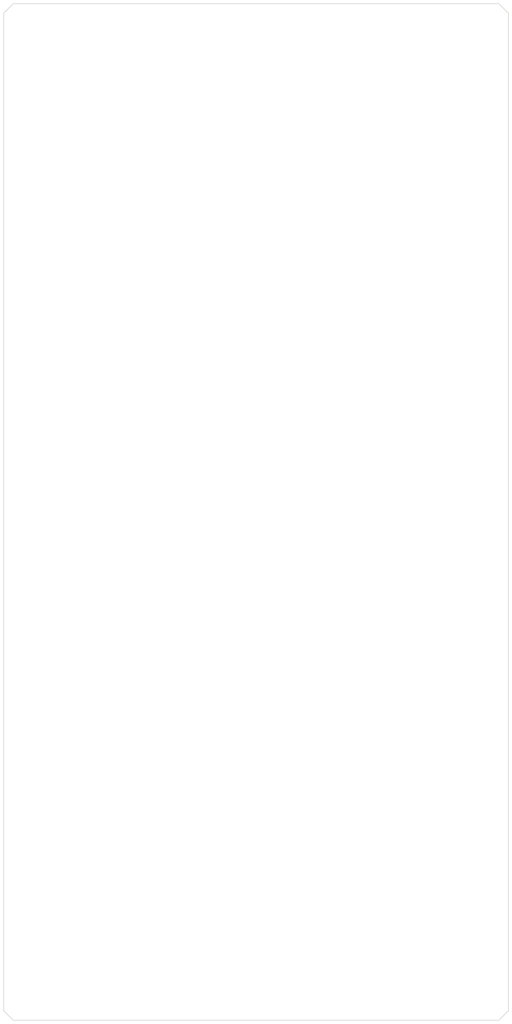
<source format=kicad_pcb>
(kicad_pcb (version 20211014) (generator pcbnew)

  (general
    (thickness 1.6062)
  )

  (paper "A4")
  (layers
    (0 "F.Cu" signal)
    (1 "In1.Cu" signal)
    (2 "In2.Cu" signal)
    (31 "B.Cu" signal)
    (32 "B.Adhes" user "B.Adhesive")
    (33 "F.Adhes" user "F.Adhesive")
    (34 "B.Paste" user)
    (35 "F.Paste" user)
    (36 "B.SilkS" user "B.Silkscreen")
    (37 "F.SilkS" user "F.Silkscreen")
    (38 "B.Mask" user)
    (39 "F.Mask" user)
    (40 "Dwgs.User" user "User.Drawings")
    (41 "Cmts.User" user "User.Comments")
    (42 "Eco1.User" user "User.Eco1")
    (43 "Eco2.User" user "User.Eco2")
    (44 "Edge.Cuts" user)
    (45 "Margin" user)
    (46 "B.CrtYd" user "B.Courtyard")
    (47 "F.CrtYd" user "F.Courtyard")
    (48 "B.Fab" user)
    (49 "F.Fab" user)
    (50 "User.1" user)
    (51 "User.2" user)
    (52 "User.3" user)
    (53 "User.4" user)
    (54 "User.5" user)
    (55 "User.6" user)
    (56 "User.7" user)
    (57 "User.8" user)
    (58 "User.9" user)
  )

  (setup
    (stackup
      (layer "F.SilkS" (type "Top Silk Screen") (color "White"))
      (layer "F.Paste" (type "Top Solder Paste"))
      (layer "F.Mask" (type "Top Solder Mask") (color "Black") (thickness 0.01))
      (layer "F.Cu" (type "copper") (thickness 0.035))
      (layer "dielectric 1" (type "prepreg") (thickness 0.2104) (material "FR4") (epsilon_r 4.5) (loss_tangent 0.02))
      (layer "In1.Cu" (type "copper") (thickness 0.0152))
      (layer "dielectric 2" (type "core") (thickness 1.065) (material "FR4") (epsilon_r 4.5) (loss_tangent 0.02))
      (layer "In2.Cu" (type "copper") (thickness 0.0152))
      (layer "dielectric 3" (type "prepreg") (thickness 0.2104) (material "FR4") (epsilon_r 4.5) (loss_tangent 0.02))
      (layer "B.Cu" (type "copper") (thickness 0.035))
      (layer "B.Mask" (type "Bottom Solder Mask") (color "Black") (thickness 0.01))
      (layer "B.Paste" (type "Bottom Solder Paste"))
      (layer "B.SilkS" (type "Bottom Silk Screen") (color "White"))
      (copper_finish "None")
      (dielectric_constraints no)
    )
    (pad_to_mask_clearance 0)
    (aux_axis_origin 66 26)
    (grid_origin 86 46)
    (pcbplotparams
      (layerselection 0x00010fc_ffffffff)
      (disableapertmacros false)
      (usegerberextensions false)
      (usegerberattributes true)
      (usegerberadvancedattributes true)
      (creategerberjobfile true)
      (svguseinch false)
      (svgprecision 6)
      (excludeedgelayer true)
      (plotframeref false)
      (viasonmask false)
      (mode 1)
      (useauxorigin false)
      (hpglpennumber 1)
      (hpglpenspeed 20)
      (hpglpendiameter 15.000000)
      (dxfpolygonmode true)
      (dxfimperialunits true)
      (dxfusepcbnewfont true)
      (psnegative false)
      (psa4output false)
      (plotreference true)
      (plotvalue true)
      (plotinvisibletext false)
      (sketchpadsonfab false)
      (subtractmaskfromsilk false)
      (outputformat 1)
      (mirror false)
      (drillshape 1)
      (scaleselection 1)
      (outputdirectory "")
    )
  )

  (net 0 "")

  (gr_poly
    (pts
      (xy 145.5 28)
      (xy 145.5 184)
      (xy 144 185.5)
      (xy 68 185.5)
      (xy 66.5 184)
      (xy 66.5 28)
      (xy 68 26.5)
      (xy 144 26.5)
    ) (layer "Edge.Cuts") (width 0.1) (fill none) (tstamp c4e1e0fc-039d-41cb-8fb6-1433179d0e06))
  (gr_circle (center 138.7 96.16) (end 138.7 94.89) (layer "User.1") (width 0.15) (fill none) (tstamp 000fdefd-bd20-43c5-8ce5-c4ba1992ea21))
  (gr_circle (center 73.3 38.38) (end 73.3 37.11) (layer "User.1") (width 0.15) (fill none) (tstamp 002d9934-c8f6-4e33-bbc3-e9234f6189f4))
  (gr_circle (center 138.7 176.16) (end 138.7 174.89) (layer "User.1") (width 0.15) (fill none) (tstamp 00512a0d-242c-4c35-8061-05b5492d4d0f))
  (gr_circle (center 113.3 96.16) (end 113.3 94.89) (layer "User.1") (width 0.15) (fill none) (tstamp 01619bdd-99ec-4968-a274-512a1256ea1d))
  (gr_circle (center 98.7 51.08) (end 98.7 49.81) (layer "User.1") (width 0.15) (fill none) (tstamp 023e83de-af62-4d05-a9a3-fa97a16d3291))
  (gr_circle (center 73.3 56.16) (end 73.3 54.89) (layer "User.1") (width 0.15) (fill none) (tstamp 028b0f3f-9b95-415f-9806-a2012f466759))
  (gr_circle (center 138.7 115.84) (end 138.7 114.57) (layer "User.1") (width 0.15) (fill none) (tstamp 03f9d5b8-e565-44d6-b1ff-3d5c24e3b57b))
  (gr_circle (center 98.7 171.08) (end 98.7 169.81) (layer "User.1") (width 0.15) (fill none) (tstamp 04176181-f5d2-4203-99a1-741bbd913272))
  (gr_circle (center 115.84 73.3) (end 117.11 73.3) (layer "User.1") (width 0.15) (fill none) (tstamp 04382082-f01c-4027-ad9c-12cde5cbd87c))
  (gr_circle (center 91.08 58.7) (end 92.35 58.7) (layer "User.1") (width 0.15) (fill none) (tstamp 04d8c0b9-fd28-4312-95c2-58e88c5ac9b0))
  (gr_circle (center 120.92 138.7) (end 122.19 138.7) (layer "User.1") (width 0.15) (fill none) (tstamp 05183de5-370e-4b73-9eae-640983adaa43))
  (gr_circle (center 98.7 128.54) (end 98.7 127.27) (layer "User.1") (width 0.15) (fill none) (tstamp 055f395c-7c28-4816-b3d5-1e1583e96516))
  (gr_circle (center 133.62 98.7) (end 134.89 98.7) (layer "User.1") (width 0.15) (fill none) (tstamp 05833b0e-ac32-451e-8d3d-51d05a944d1f))
  (gr_circle (center 93.62 33.3) (end 94.89 33.3) (layer "User.1") (width 0.15) (fill none) (tstamp 076857b1-b885-4a0b-8db3-60dcff1d111c))
  (gr_circle (center 86 178.7) (end 87.27 178.7) (layer "User.1") (width 0.15) (fill none) (tstamp 07724cf8-9f3a-4d81-bea1-96c7367b6757))
  (gr_circle (center 88.54 138.7) (end 89.81 138.7) (layer "User.1") (width 0.15) (fill none) (tstamp 077398d7-46a2-4d22-85b0-ac97a2b6a474))
  (gr_rect (start 97.43 57.43) (end 99.97 34.57) (layer "User.1") (width 0.15) (fill none) (tstamp 07b1ed44-9a28-4334-8e8d-8bd4b53f5e8d))
  (gr_circle (center 133.62 33.3) (end 134.89 33.3) (layer "User.1") (width 0.15) (fill none) (tstamp 0873b673-9097-4506-813d-6ca3318e0e49))
  (gr_circle (center 113.3 160.92) (end 113.3 159.65) (layer "User.1") (width 0.15) (fill none) (tstamp 088324e9-a383-4906-abe2-7686aa99c763))
  (gr_circle (center 91.08 98.7) (end 92.35 98.7) (layer "User.1") (width 0.15) (fill none) (tstamp 08e47431-a3c2-488e-8601-929c8054e9a9))
  (gr_circle (center 86 33.3) (end 87.27 33.3) (layer "User.1") (width 0.15) (fill none) (tstamp 0a318eb1-a61a-42cf-b009-c5111886aae9))
  (gr_circle (center 120.92 178.7) (end 122.19 178.7) (layer "User.1") (width 0.15) (fill none) (tstamp 0c230fad-99e6-44ba-9b71-d07a465508f3))
  (gr_rect (start 137.43 177.43) (end 139.97 154.57) (layer "User.1") (width 0.15) (fill none) (tstamp 0c41861a-82ab-4988-b169-5257aa06d36e))
  (gr_circle (center 86 153.3) (end 87.27 153.3) (layer "User.1") (width 0.15) (fill none) (tstamp 0c6dad85-9050-4395-8020-5f090705d615))
  (gr_circle (center 96.16 153.3) (end 97.43 153.3) (layer "User.1") (width 0.15) (fill none) (tstamp 0ded6c76-b7b4-4fef-8bd1-a9f1d0957aab))
  (gr_circle (center 73.3 86) (end 73.3 84.73) (layer "User.1") (width 0.15) (fill none) (tstamp 0e0bba44-be9a-4368-892d-bed915bba03e))
  (gr_circle (center 98.7 43.46) (end 98.7 42.19) (layer "User.1") (width 0.15) (fill none) (tstamp 0f080dfc-c990-4358-9955-cc56dfa127d9))
  (gr_circle (center 98.7 176.16) (end 98.7 174.89) (layer "User.1") (width 0.15) (fill none) (tstamp 0f83057a-4680-4e8c-9d6b-b8af08b11e25))
  (gr_circle (center 98.7 53.62) (end 98.7 52.35) (layer "User.1") (width 0.15) (fill none) (tstamp 0fa87829-a054-48e5-9f01-293522c3a902))
  (gr_circle (center 138.7 53.62) (end 138.7 52.35) (layer "User.1") (width 0.15) (fill none) (tstamp 12e018d9-bf61-4922-b537-5dce006701d6))
  (gr_circle (center 138.7 123.46) (end 138.7 122.19) (layer "User.1") (width 0.15) (fill none) (tstamp 12e8981b-82a8-433c-a234-d65710792f23))
  (gr_circle (center 131.08 73.3) (end 132.35 73.3) (layer "User.1") (width 0.15) (fill none) (tstamp 1453a7cc-aa83-4cfe-b03c-5f99f355978c))
  (gr_circle (center 80.92 73.3) (end 82.19 73.3) (layer "User.1") (width 0.15) (fill none) (tstamp 1478ca85-0e48-48d0-94ec-ffd3b6c70851))
  (gr_circle (center 86 58.7) (end 87.27 58.7) (layer "User.1") (width 0.15) (fill none) (tstamp 149e3321-4867-4c96-932a-aa4b94134f02))
  (gr_circle (center 113.3 51.08) (end 113.3 49.81) (layer "User.1") (width 0.15) (fill none) (tstamp 14bd52d6-d309-4c93-8a69-7bfa893c9fa4))
  (gr_circle (center 123.46 138.7) (end 124.73 138.7) (layer "User.1") (width 0.15) (fill none) (tstamp 155c8269-6186-408b-b12e-9d42eb9c2c53))
  (gr_circle (center 138.7 128.54) (end 138.7 127.27) (layer "User.1") (width 0.15) (fill none) (tstamp 15cb8510-6b81-4ec3-9ed3-cae4075e4cbb))
  (gr_circle (center 128.54 178.7) (end 129.81 178.7) (layer "User.1") (width 0.15) (fill none) (tstamp 161490f1-8e92-47be-9c88-a64106001d7a))
  (gr_circle (center 123.46 178.7) (end 124.73 178.7) (layer "User.1") (width 0.15) (fill none) (tstamp 16beb4b4-ac49-4609-874e-e28501c91dd5))
  (gr_circle (center 138.7 136.16) (end 138.7 134.89) (layer "User.1") (width 0.15) (fill none) (tstamp 170e0f4b-b8f4-4634-b843-c37399ad6212))
  (gr_circle (center 138.7 56.16) (end 138.7 54.89) (layer "User.1") (width 0.15) (fill none) (tstamp 189dd023-7623-4c5f-a5a7-0c32df952be6))
  (gr_circle (center 93.62 113.3) (end 94.89 113.3) (layer "User.1") (width 0.15) (fill none) (tstamp 18dadcc6-d9e6-408c-b008-d9bb7e844598))
  (gr_circle (center 126 98.7) (end 127.27 98.7) (layer "User.1") (width 0.15) (fill none) (tstamp 18f87734-66be-482a-9866-0d14a5bbf663))
  (gr_circle (center 128.54 138.7) (end 129.81 138.7) (layer "User.1") (width 0.15) (fill none) (tstamp 196d2511-e7c1-489f-bd99-7a320bd66367))
  (gr_circle (center 126 153.3) (end 127.27 153.3) (layer "User.1") (width 0.15) (fill none) (tstamp 1b6f9db7-4ab2-4634-a956-ef481f44eee9))
  (gr_circle (center 138.7 163.46) (end 138.7 162.19) (layer "User.1") (width 0.15) (fill none) (tstamp 1b8b32ea-e454-4175-ab68-72c4181dd89e))
  (gr_circle (center 73.3 163.46) (end 73.3 162.19) (layer "User.1") (width 0.15) (fill none) (tstamp 1bdfd463-9cb6-4eab-b976-b2f46679b2bc))
  (gr_circle (center 98.7 40.92) (end 98.7 39.65) (layer "User.1") (width 0.15) (fill none) (tstamp 1cce4635-2dc7-4081-841c-9950002cf8f4))
  (gr_circle (center 73.3 120.92) (end 73.3 119.65) (layer "User.1") (width 0.15) (fill none) (tstamp 1da75a01-0402-4370-b523-ce55d99ebb29))
  (gr_circle (center 113.3 93.62) (end 113.3 92.35) (layer "User.1") (width 0.15) (fill none) (tstamp 1e1bcb33-a29b-41d1-90e3-64286458708c))
  (gr_circle (center 118.38 98.7) (end 119.65 98.7) (layer "User.1") (width 0.15) (fill none) (tstamp 1e7927e8-557c-4b0f-aefc-7f9e74b8d538))
  (gr_circle (center 96.16 178.7) (end 97.43 178.7) (layer "User.1") (width 0.15) (fill none) (tstamp 1e79999f-ce30-4d9c-8e8f-33188ed974c2))
  (gr_circle (center 138.7 83.46) (end 138.7 82.19) (layer "User.1") (width 0.15) (fill none) (tstamp 1fa3ccdd-b05f-4b3a-93a3-ddd1672840e9))
  (gr_circle (center 138.7 171.08) (end 138.7 169.81) (layer "User.1") (width 0.15) (fill none) (tstamp 20422090-7592-4d57-923b-30061177cb34))
  (gr_circle (center 78.38 58.7) (end 79.65 58.7) (layer "User.1") (width 0.15) (fill none) (tstamp 2078dde6-d398-4942-9624-11a7540c015e))
  (gr_circle (center 73.3 80.92) (end 73.3 79.65) (layer "User.1") (width 0.15) (fill none) (tstamp 21127402-88bc-45c9-9631-512f82c8582a))
  (gr_circle (center 136.16 178.7) (end 137.43 178.7) (layer "User.1") (width 0.15) (fill none) (tstamp 21b8a3e8-c3c4-4e5f-a649-a43fca7e29c5))
  (gr_circle (center 98.7 91.08) (end 98.7 89.81) (layer "User.1") (width 0.15) (fill none) (tstamp 21e79313-7f6d-4510-a6f0-48991ed6685f))
  (gr_circle (center 73.3 173.62) (end 73.3 172.35) (layer "User.1") (width 0.15) (fill none) (tstamp 24cded95-e8e2-44b7-8d3e-7eed52a1d2be))
  (gr_circle (center 98.7 93.62) (end 98.7 92.35) (layer "User.1") (width 0.15) (fill none) (tstamp 27490eb7-9e96-49d5-b827-4d67ce319e04))
  (gr_circle (center 115.84 138.7) (end 117.11 138.7) (layer "User.1") (width 0.15) (fill none) (tstamp 27dbead8-e0e1-4455-9e48-00d2da051c63))
  (gr_circle (center 98.7 56.16) (end 98.7 54.89) (layer "User.1") (width 0.15) (fill none) (tstamp 2876169e-b1c0-4fe0-9f2f-692cd4336b6b))
  (gr_circle (center 113.3 88.54) (end 113.3 87.27) (layer "User.1") (width 0.15) (fill none) (tstamp 2877bc6c-7ffe-46bc-ad26-d6e7ceae8879))
  (gr_circle (center 128.54 33.3) (end 129.81 33.3) (layer "User.1") (width 0.15) (fill none) (tstamp 28c33219-826f-4fd0-9590-41c461014511))
  (gr_circle (center 128.54 153.3) (end 129.81 153.3) (layer "User.1") (width 0.15) (fill none) (tstamp 28c7d031-ad75-4005-99be-b1c6826e40a8))
  (gr_circle (center 98.7 155.84) (end 98.7 154.57) (layer "User.1") (width 0.15) (fill none) (tstamp 2a69904c-71ed-4450-b554-4327aba23f64))
  (gr_rect (start 114.57 152.03) (end 137.43 154.57) (layer "User.1") (width 0.15) (fill none) (tstamp 2b16cca1-7328-4e34-ba0a-a6beb9a69850))
  (gr_circle (center 138.7 131.08) (end 138.7 129.81) (layer "User.1") (width 0.15) (fill none) (tstamp 2b9ad8b7-2b4a-4205-aa93-2584dacf58d6))
  (gr_circle (center 138.7 166) (end 138.7 164.73) (layer "User.1") (width 0.15) (fill none) (tstamp 2c163b00-ce59-45aa-b198-dfeb4f7e7877))
  (gr_rect (start 74.57 97.43) (end 97.43 99.97) (layer "User.1") (width 0.15) (fill none) (tstamp 2c569eeb-6791-476f-beea-bbc7d2d5a179))
  (gr_circle (center 78.38 98.7) (end 79.65 98.7) (layer "User.1") (width 0.15) (fill none) (tstamp 2de54d4c-e9fc-4f85-b780-64c6cbe70f2d))
  (gr_circle (center 126 33.3) (end 127.27 33.3) (layer "User.1") (width 0.15) (fill none) (tstamp 2fe549bb-e336-4a99-90af-7f353278cd75))
  (gr_circle (center 88.54 113.3) (end 89.81 113.3) (layer "User.1") (width 0.15) (fill none) (tstamp 3078aded-4282-4bd3-bcbb-02fd41fd400b))
  (gr_circle (center 113.3 168.54) (end 113.3 167.27) (layer "User.1") (width 0.15) (fill none) (tstamp 322e4f2e-2477-4532-914b-8ffb5e67d593))
  (gr_circle (center 113.3 80.92) (end 113.3 79.65) (layer "User.1") (width 0.15) (fill none) (tstamp 32fc09bc-5550-4241-9884-e45f740a2b50))
  (gr_circle (center 138.7 86) (end 138.7 84.73) (layer "User.1") (width 0.15) (fill none) (tstamp 33da5458-586d-4f76-a2f7-d4f7b80fdba7))
  (gr_circle (center 98.7 83.46) (end 98.7 82.19) (layer "User.1") (width 0.15) (fill none) (tstamp 33fa464a-dca4-466a-b255-278a8e7a663d))
  (gr_circle (center 113.3 86) (end 113.3 84.73) (layer "User.1") (width 0.15) (fill none) (tstamp 357238b5-b355-4214-84c8-f285248e481c))
  (gr_circle (center 96.16 138.7) (end 97.43 138.7) (layer "User.1") (width 0.15) (fill none) (tstamp 39317468-4a26-4c1e-ad2a-8348dc4dff7d))
  (gr_circle (center 98.7 96.16) (end 98.7 94.89) (layer "User.1") (width 0.15) (fill none) (tstamp 39d8c278-1c18-426d-901a-2c3d632ba991))
  (gr_circle (center 86 98.7) (end 87.27 98.7) (layer "User.1") (width 0.15) (fill none) (tstamp 3ab70a57-aacc-46f0-8c93-e47fccfd70de))
  (gr_circle (center 73.3 128.54) (end 73.3 127.27) (layer "User.1") (width 0.15) (fill none) (tstamp 3b54e82f-a7a0-4a3c-a053-ec7540a4d98a))
  (gr_circle (center 113.3 128.54) (end 113.3 127.27) (layer "User.1") (width 0.15) (fill none) (tstamp 3b6d2e31-a4aa-4b43-b539-a5b2b861dc03))
  (gr_circle (center 73.3 136.16) (end 73.3 134.89) (layer "User.1") (width 0.15) (fill none) (tstamp 3c6699df-578c-46ef-ae97-e31548a66d5f))
  (gr_rect (start 72.03 97.43) (end 74.57 74.57) (layer "User.1") (width 0.15) (fill none) (tstamp 3cd5c00a-6e4f-4422-9c93-4a12ea04f786))
  (gr_circle (center 123.46 33.3) (end 124.73 33.3) (layer "User.1") (width 0.15) (fill none) (tstamp 3deef85d-fad1-4f10-9e7f-5cfbae98b510))
  (gr_circle (center 98.7 120.92) (end 98.7 119.65) (layer "User.1") (width 0.15) (fill none) (tstamp 3f543554-0af5-4fdf-8706-0996ff3c6abd))
  (gr_circle (center 73.3 166) (end 73.3 164.73) (layer "User.1") (width 0.15) (fill none) (tstamp 40138920-82cd-4885-bb8b-3f0fb6db5bbd))
  (gr_rect (start 112.03 97.43) (end 114.57 74.57) (layer "User.1") (width 0.15) (fill none) (tstamp 40c60fd0-de55-403e-a245-7c811c7a6b68))
  (gr_circle (center 75.84 138.7) (end 77.11 138.7) (layer "User.1") (width 0.15) (fill none) (tstamp 4162586d-7600-487f-aefb-51cceab165b7))
  (gr_circle (center 98.7 158.38) (end 98.7 157.11) (layer "User.1") (width 0.15) (fill none) (tstamp 427372a7-4a04-4f4c-86ff-d7d619480b1a))
  (gr_circle (center 98.7 131.08) (end 98.7 129.81) (layer "User.1") (width 0.15) (fill none) (tstamp 42b10a63-9872-4e12-a6d0-9888324da342))
  (gr_circle (center 118.38 153.3) (end 119.65 153.3) (layer "User.1") (width 0.15) (fill none) (tstamp 44885103-6f6c-4a70-82c2-fbd6f301662e))
  (gr_circle (center 75.84 33.3) (end 77.11 33.3) (layer "User.1") (width 0.15) (fill none) (tstamp 44fa9f65-2477-41eb-bd00-685a78d765d1))
  (gr_circle (center 118.38 138.7) (end 119.65 138.7) (layer "User.1") (width 0.15) (fill none) (tstamp 4505be3f-1431-473e-a4a3-12cb69b1b465))
  (gr_circle (center 128.54 73.3) (end 129.81 73.3) (layer "User.1") (width 0.15) (fill none) (tstamp 45632520-d6f7-4ae6-8b7c-08bf9a631182))
  (gr_circle (center 73.3 171.08) (end 73.3 169.81) (layer "User.1") (width 0.15) (fill none) (tstamp 457746d9-110c-4ed7-b4e6-fe72a145d742))
  (gr_circle (center 138.7 118.38) (end 138.7 117.11) (layer "User.1") (width 0.15) (fill none) (tstamp 457905d9-46c7-4fa9-9015-728bd7d60741))
  (gr_circle (center 128.54 98.7) (end 129.81 98.7) (layer "User.1") (width 0.15) (fill none) (tstamp 461fd07d-b1ec-475e-98a7-affca404ecff))
  (gr_circle (center 113.3 43.46) (end 113.3 42.19) (layer "User.1") (width 0.15) (fill none) (tstamp 47116c51-9801-4cab-9da9-ac747247fb6d))
  (gr_circle (center 128.54 58.7) (end 129.81 58.7) (layer "User.1") (width 0.15) (fill none) (tstamp 47b3f2ba-7e52-41a0-909e-fa9af0f32383))
  (gr_circle (center 118.38 113.3) (end 119.65 113.3) (layer "User.1") (width 0.15) (fill none) (tstamp 49382027-e4aa-4cdd-a9e1-c5e3c489d14b))
  (gr_circle (center 133.62 73.3) (end 134.89 73.3) (layer "User.1") (width 0.15) (fill none) (tstamp 4971cc6c-ba0c-4240-bc38-000b72015b07))
  (gr_circle (center 98.7 46) (end 98.7 44.73) (layer "User.1") (width 0.15) (fill none) (tstamp 4bbf8134-0015-49ac-9a22-521d8c5dcfe2))
  (gr_rect (start 137.43 97.43) (end 139.97 74.57) (layer "User.1") (width 0.15) (fill none) (tstamp 4e035356-44a6-4a66-9f06-f7833e43004c))
  (gr_circle (center 113.3 158.38) (end 113.3 157.11) (layer "User.1") (width 0.15) (fill none) (tstamp 4e40c5ec-ded6-47da-97dc-62d64d12e8fc))
  (gr_circle (center 128.54 113.3) (end 129.81 113.3) (layer "User.1") (width 0.15) (fill none) (tstamp 4e955375-e9df-469f-a57e-8996ba49d479))
  (gr_circle (center 91.08 73.3) (end 92.35 73.3) (layer "User.1") (width 0.15) (fill none) (tstamp 508a59ee-6174-4c0b-8429-cdf621658bf7))
  (gr_circle (center 131.08 138.7) (end 132.35 138.7) (layer "User.1") (width 0.15) (fill none) (tstamp 510d80d0-4d18-46d9-9c78-1e8d7ca94df9))
  (gr_circle (center 133.62 113.3) (end 134.89 113.3) (layer "User.1") (width 0.15) (fill none) (tstamp 52cc75ff-10ca-440e-bec5-10f5adec7277))
  (gr_circle (center 113.3 78.38) (end 113.3 77.11) (layer "User.1") (width 0.15) (fill none) (tstamp 5318ad09-944d-410d-bab7-1c5920072087))
  (gr_circle (center 75.84 113.3) (end 77.11 113.3) (layer "User.1") (width 0.15) (fill none) (tstamp 53ecb275-d328-417d-81d6-9eac5e722494))
  (gr_rect (start 97.43 177.43) (end 99.97 154.57) (layer "User.1") (width 0.15) (fill none) (tstamp 578dc4a5-f69f-4b68-a631-f5f41a74be25))
  (gr_circle (center 86 73.3) (end 87.27 73.3) (layer "User.1") (width 0.15) (fill none) (tstamp 590130fc-48c8-438b-9612-c724b35c19c8))
  (gr_circle (center 138.7 158.38) (end 138.7 157.11) (layer "User.1") (width 0.15) (fill none) (tstamp 5904d15b-145c-4a11-9d17-a345b1d29038))
  (gr_rect (start 114.57 32.03) (end 137.43 34.57) (layer "User.1") (width 0.15) (fill none) (tstamp 59468208-a8c6-49bb-b813-59e516079a92))
  (gr_circle (center 88.54 153.3) (end 89.81 153.3) (layer "User.1") (width 0.15) (fill none) (tstamp 5a7c207c-03a7-4c49-af74-ce74d822223b))
  (gr_circle (center 98.7 38.38) (end 98.7 37.11) (layer "User.1") (width 0.15) (fill none) (tstamp 5badb200-b537-4b1f-bcd7-e268c39a42cb))
  (gr_circle (center 131.08 33.3) (end 132.35 33.3) (layer "User.1") (width 0.15) (fill none) (tstamp 5cd3e572-1eeb-4d99-8828-5f85ee86778a))
  (gr_circle (center 118.38 73.3) (end 119.65 73.3) (layer "User.1") (width 0.15) (fill none) (tstamp 5d678520-330e-485f-bfec-80fdd90fe8ca))
  (gr_circle (center 138.7 48.54) (end 138.7 47.27) (layer "User.1") (width 0.15) (fill none) (tstamp 5e003c17-ddd0-4a84-bae4-115dbec842dd))
  (gr_circle (center 136.16 73.3) (end 137.43 73.3) (layer "User.1") (width 0.15) (fill none) (tstamp 5e83cc36-23c2-48ed-b504-15d124077fa8))
  (gr_circle (center 73.3 40.92) (end 73.3 39.65) (layer "User.1") (width 0.15) (fill none) (tstamp 5ece3abc-14df-4e17-aea3-74d7874b2172))
  (gr_circle (center 113.3 56.16) (end 113.3 54.89) (layer "User.1") (width 0.15) (fill none) (tstamp 61c0299f-496b-40f6-bb2e-f17cb3e660a6))
  (gr_circle (center 78.38 178.7) (end 79.65 178.7) (layer "User.1") (width 0.15) (fill none) (tstamp 6279a19a-17e1-4985-adb3-5993517580be))
  (gr_rect (start 74.57 72.03) (end 97.43 74.57) (layer "User.1") (width 0.15) (fill none) (tstamp 653ff949-fa35-4dcd-9bc4-1021d07e015e))
  (gr_circle (center 93.62 73.3) (end 94.89 73.3) (layer "User.1") (width 0.15) (fill none) (tstamp 667f5bc7-5cc7-4c56-b8bb-ff61230c54f6))
  (gr_circle (center 138.7 91.08) (end 138.7 89.81) (layer "User.1") (width 0.15) (fill none) (tstamp 674db288-8796-473b-ba2d-34b8280ce9b0))
  (gr_circle (center 113.3 35.84) (end 113.3 34.57) (layer "User.1") (width 0.15) (fill none) (tstamp 67529e39-5a12-4e4d-a26f-6caef6e3d224))
  (gr_circle (center 113.3 166) (end 113.3 164.73) (layer "User.1") (width 0.15) (fill none) (tstamp 678a210d-878b-41ff-ac5d-62e3d362bae1))
  (gr_circle (center 98.7 80.92) (end 98.7 79.65) (layer "User.1") (width 0.15) (fill none) (tstamp 68526bbe-ffec-4a8b-ac28-8ef5d249d643))
  (gr_circle (center 88.54 58.7) (end 89.81 58.7) (layer "User.1") (width 0.15) (fill none) (tstamp 68da07ad-f184-46b8-81b5-0ab2e762cfa2))
  (gr_circle (center 75.84 73.3) (end 77.11 73.3) (layer "User.1") (width 0.15) (fill none) (tstamp 694a2953-ea0b-486c-993a-0e03018f8d12))
  (gr_rect (start 112.03 57.43) (end 114.57 34.57) (layer "User.1") (width 0.15) (fill none) (tstamp 6a596e6a-3010-4e40-ac7c-b86783cab220))
  (gr_circle (center 80.92 33.3) (end 82.19 33.3) (layer "User.1") (width 0.15) (fill none) (tstamp 6affb22c-39ed-426b-b47f-6b5673049261))
  (gr_circle (center 78.38 153.3) (end 79.65 153.3) (layer "User.1") (width 0.15) (fill none) (tstamp 6b71a53e-7cff-4a1e-b065-ffdaefb27904))
  (gr_circle (center 83.46 178.7) (end 84.73 178.7) (layer "User.1") (width 0.15) (fill none) (tstamp 6ca44e51-1ccf-4f1d-96d4-5b6072a9c94e))
  (gr_circle (center 73.3 51.08) (end 73.3 49.81) (layer "User.1") (width 0.15) (fill none) (tstamp 6cbe0dbf-de1b-4f78-a3bd-0e61028b2bd0))
  (gr_circle (center 120.92 98.7) (end 122.19 98.7) (layer "User.1") (width 0.15) (fill none) (tstamp 6d26d52b-93ba-4754-933e-8b98839d99b5))
  (gr_circle (center 136.16 98.7) (end 137.43 98.7) (layer "User.1") (width 0.15) (fill none) (tstamp 6d3efdde-540a-4482-a4e9-1ec2264370b6))
  (gr_circle (center 131.08 113.3) (end 132.35 113.3) (layer "User.1") (width 0.15) (fill none) (tstamp 6e63ddb4-0a70-49a2-9d70-719da433ab57))
  (gr_rect (start 74.57 152.03) (end 97.43 154.57) (layer "User.1") (width 0.15) (fill none) (tstamp 6ed65747-4cb4-42bb-a8a2-e961bddec932))
  (gr_circle (center 83.46 153.3) (end 84.73 153.3) (layer "User.1") (width 0.15) (fill none) (tstamp 706db61f-5f51-40df-8025-a3d178539702))
  (gr_circle (center 91.08 178.7) (end 92.35 178.7) (layer "User.1") (width 0.15) (fill none) (tstamp 714122bc-3b99-40d0-a3a7-8d2d8d0a2d12))
  (gr_circle (center 98.7 78.38) (end 98.7 77.11) (layer "User.1") (width 0.15) (fill none) (tstamp 74122614-2046-4e47-8d29-a13cb377b1cb))
  (gr_circle (center 138.7 93.62) (end 138.7 92.35) (layer "User.1") (width 0.15) (fill none) (tstamp 746ff983-acdb-4d40-bd98-249c26ca189f))
  (gr_circle (center 98.7 118.38) (end 98.7 117.11) (layer "User.1") (width 0.15) (fill none) (tstamp 747eef19-0792-4ba9-b3de-d0a0953b925e))
  (gr_circle (center 73.3 48.54) (end 73.3 47.27) (layer "User.1") (width 0.15) (fill none) (tstamp 7535a7f5-e263-48a8-9037-6f2fa1d8af9c))
  (gr_circle (center 83.46 138.7) (end 84.73 138.7) (layer "User.1") (width 0.15) (fill none) (tstamp 75ae486f-0ff7-4171-8595-e45fbdeccc88))
  (gr_circle (center 133.62 138.7) (end 134.89 138.7) (layer "User.1") (width 0.15) (fill none) (tstamp 78c3f577-b4ae-4f48-a980-350d398593d8))
  (gr_circle (center 98.7 35.84) (end 98.7 34.57) (layer "User.1") (width 0.15) (fill none) (tstamp 7935eebc-b9ea-4d3b-8779-d785a97d723c))
  (gr_circle (center 115.84 58.7) (end 117.11 58.7) (layer "User.1") (width 0.15) (fill none) (tstamp 79b6caba-8a35-48dd-9a5c-ba2da95d0548))
  (gr_circle (center 113.3 48.54) (end 113.3 47.27) (layer "User.1") (width 0.15) (fill none) (tstamp 7a3606ba-1923-457e-9c03-bf8496c6cae2))
  (gr_circle (center 113.3 123.46) (end 113.3 122.19) (layer "User.1") (width 0.15) (fill none) (tstamp 7b194104-32e8-4a1c-8e46-e24f283dbd3b))
  (gr_circle (center 93.62 178.7) (end 94.89 178.7) (layer "User.1") (width 0.15) (fill none) (tstamp 7b21a583-190d-4b69-91ca-800fb24ed730))
  (gr_rect (start 137.43 137.43) (end 139.97 114.57) (layer "User.1") (width 0.15) (fill none) (tstamp 7c811381-15fe-4282-ba80-c7a3eda06700))
  (gr_rect (start 74.57 32.03) (end 97.43 34.57) (layer "User.1") (width 0.15) (fill none) (tstamp 7cb26442-f4ad-44e3-9b68-d4cce9e4f608))
  (gr_circle (center 83.46 98.7) (end 84.73 98.7) (layer "User.1") (width 0.15) (fill none) (tstamp 7da4810d-8b15-4700-9fb6-4eca9423fc88))
  (gr_circle (center 98.7 173.62) (end 98.7 172.35) (layer "User.1") (width 0.15) (fill none) (tstamp 7e96c7b0-de97-4964-9096-cd838500bfd4))
  (gr_circle (center 113.3 120.92) (end 113.3 119.65) (layer "User.1") (width 0.15) (fill none) (tstamp 7f0615fe-9f06-4238-b09d-044f0e34b69b))
  (gr_circle (center 138.7 173.62) (end 138.7 172.35) (layer "User.1") (width 0.15) (fill none) (tstamp 7f4dfb7d-d5a3-4c60-b9aa-eaac05a8c529))
  (gr_circle (center 120.92 33.3) (end 122.19 33.3) (layer "User.1") (width 0.15) (fill none) (tstamp 7fbc182b-8fb1-403c-bcae-f8241d9794bc))
  (gr_circle (center 136.16 58.7) (end 137.43 58.7) (layer "User.1") (width 0.15) (fill none) (tstamp 802c0dfc-f3fc-43cd-9058-5961cd2c1d81))
  (gr_circle (center 126 73.3) (end 127.27 73.3) (layer "User.1") (width 0.15) (fill none) (tstamp 83300dda-8d9f-4a80-bb10-71ce8874dd9a))
  (gr_circle (center 88.54 178.7) (end 89.81 178.7) (layer "User.1") (width 0.15) (fill none) (tstamp 836df714-879d-4363-a108-9788698bd140))
  (gr_circle (center 136.16 153.3) (end 137.43 153.3) (layer "User.1") (width 0.15) (fill none) (tstamp 83e17a59-2c10-4677-8271-fdfef160a4d1))
  (gr_circle (center 123.46 58.7) (end 124.73 58.7) (layer "User.1") (width 0.15) (fill none) (tstamp 84e55b9b-4af5-4ccf-a2e4-9b42fb387324))
  (gr_circle (center 138.7 75.84) (end 138.7 74.57) (layer "User.1") (width 0.15) (fill none) (tstamp 85f37554-a83e-4a04-bf18-169c38aa24ae))
  (gr_circle (center 138.7 160.92) (end 138.7 159.65) (layer "User.1") (width 0.15) (fill none) (tstamp 861ec841-5661-4c82-815e-106b67ffd01c))
  (gr_circle (center 118.38 178.7) (end 119.65 178.7) (layer "User.1") (width 0.15) (fill none) (tstamp 87eca1ed-a3c3-430b-acad-c8aab01a05e6))
  (gr_circle (center 98.7 136.16) (end 98.7 134.89) (layer "User.1") (width 0.15) (fill none) (tstamp 88053266-3da8-4dc3-aebd-8bf9094e4a31))
  (gr_circle (center 113.3 83.46) (end 113.3 82.19) (layer "User.1") (width 0.15) (fill none) (tstamp 88e71e4c-d588-4f9f-8af7-c5d47c47d3f4))
  (gr_circle (center 86 138.7) (end 87.27 138.7) (layer "User.1") (width 0.15) (fill none) (tstamp 8902a7d6-c154-4c9a-b202-353eff821449))
  (gr_circle (center 88.54 73.3) (end 89.81 73.3) (layer "User.1") (width 0.15) (fill none) (tstamp 89fdc69e-958d-4d1c-b33d-0ff421134c1c))
  (gr_circle (center 98.7 123.46) (end 98.7 122.19) (layer "User.1") (width 0.15) (fill none) (tstamp 8a4e4aae-0074-499d-9321-699560ab7fc9))
  (gr_circle (center 73.3 93.62) (end 73.3 92.35) (layer "User.1") (width 0.15) (fill none) (tstamp 8a7411a0-669b-4d5a-a0fa-8d4bb1845488))
  (gr_circle (center 73.3 75.84) (end 73.3 74.57) (layer "User.1") (width 0.15) (fill none) (tstamp 8e22eee4-74e0-45a7-b7c4-0fe1ca6e1fcd))
  (gr_circle (center 73.3 115.84) (end 73.3 114.57) (layer "User.1") (width 0.15) (fill none) (tstamp 8e258a64-a470-42e6-aa25-4a6bd84c1e4b))
  (gr_circle (center 86 113.3) (end 87.27 113.3) (layer "User.1") (width 0.15) (fill none) (tstamp 8fbf21c4-12b1-4da0-be11-78d4f92f80d4))
  (gr_circle (center 113.3 115.84) (end 113.3 114.57) (layer "User.1") (width 0.15) (fill none) (tstamp 90e834d4-1def-4af6-8f5b-b403227afaf8))
  (gr_circle (center 123.46 73.3) (end 124.73 73.3) (layer "User.1") (width 0.15) (fill none) (tstamp 94940b43-44d8-45d6-bd04-aeb3154ce6d3))
  (gr_circle (center 120.92 113.3) (end 122.19 113.3) (layer "User.1") (width 0.15) (fill none) (tstamp 963fa2ea-4481-4ccd-ab0a-1e7ba83324df))
  (gr_circle (center 113.3 126) (end 113.3 124.73) (layer "User.1") (width 0.15) (fill none) (tstamp 969ed5d4-48a0-415e-9396-933d8d74f06b))
  (gr_circle (center 96.16 113.3) (end 97.43 113.3) (layer "User.1") (width 0.15) (fill none) (tstamp 982f6071-c81d-4215-8510-129e1dd01ae3))
  (gr_circle (center 131.08 153.3) (end 132.35 153.3) (layer "User.1") (width 0.15) (fill none) (tstamp 9ade116b-bbfa-4e41-abb1-b722fba656f5))
  (gr_circle (center 96.16 58.7) (end 97.43 58.7) (layer "User.1") (width 0.15) (fill none) (tstamp 9be582bc-40ea-4803-bfa0-585998db1641))
  (gr_rect (start 74.57 177.43) (end 97.43 179.97) (layer "User.1") (width 0.15) (fill none) (tstamp 9c8ad8d3-8c5b-4982-93a8-dcfb28c791ad))
  (gr_circle (center 113.3 118.38) (end 113.3 117.11) (layer "User.1") (width 0.15) (fill none) (tstamp 9ce4cef4-42f9-4c0a-ae75-87c9b82623f1))
  (gr_circle (center 136.16 138.7) (end 137.43 138.7) (layer "User.1") (width 0.15) (fill none) (tstamp 9e30c674-ce3f-4571-925a-751842230245))
  (gr_circle (center 138.7 155.84) (end 138.7 154.57) (layer "User.1") (width 0.15) (fill none) (tstamp 9e403888-552d-43be-bceb-1ef19068c2d5))
  (gr_circle (center 96.16 33.3) (end 97.43 33.3) (layer "User.1") (width 0.15) (fill none) (tstamp 9e8812a0-35e6-4a8e-8963-f33111361433))
  (gr_rect (start 114.57 97.43) (end 137.43 99.97) (layer "User.1") (width 0.15) (fill none) (tstamp 9ec6aa1f-59f3-48b1-851f-85471a9b7295))
  (gr_circle (center 118.38 33.3) (end 119.65 33.3) (layer "User.1") (width 0.15) (fill none) (tstamp a061e8e2-eb5d-46dc-a23f-f672eafd5cd1))
  (gr_circle (center 98.7 168.54) (end 98.7 167.27) (layer "User.1") (width 0.15) (fill none) (tstamp a0f0a2cf-0304-482a-b53f-382145fc01c2))
  (gr_circle (center 80.92 138.7) (end 82.19 138.7) (layer "User.1") (width 0.15) (fill none) (tstamp a19f969e-7c09-465e-b11f-f07ed8a6b23d))
  (gr_rect (start 114.57 137.43) (end 137.43 139.97) (layer "User.1") (width 0.15) (fill none) (tstamp a1b64da2-c5e9-4066-b908-1381adc95009))
  (gr_circle (center 115.84 33.3) (end 117.11 33.3) (layer "User.1") (width 0.15) (fill none) (tstamp a1c9adc6-d71d-4f68-a4bf-54d2cf1fa191))
  (gr_circle (center 75.84 153.3) (end 77.11 153.3) (layer "User.1") (width 0.15) (fill none) (tstamp a3ac8766-a0e2-4d29-974e-52eca9d2d181))
  (gr_circle (center 133.62 153.3) (end 134.89 153.3) (layer "User.1") (width 0.15) (fill none) (tstamp a5277422-196f-49d4-8772-de6700865e3a))
  (gr_circle (center 133.62 58.7) (end 134.89 58.7) (layer "User.1") (width 0.15) (fill none) (tstamp a5636ac6-7fb6-4d6d-87ad-69ed9a9c0cdc))
  (gr_circle (center 133.62 178.7) (end 134.89 178.7) (layer "User.1") (width 0.15) (fill none) (tstamp a56c7bfa-62ac-45dc-a7ab-07c2809e5ec9))
  (gr_circle (center 118.38 58.7) (end 119.65 58.7) (layer "User.1") (width 0.15) (fill none) (tstamp a5d9562d-2855-4df2-85ce-a6c70ea08f7b))
  (gr_circle (center 73.3 91.08) (end 73.3 89.81) (layer "User.1") (width 0.15) (fill none) (tstamp a64d9ce5-d3dc-41a2-b8f8-74b74529a011))
  (gr_circle (center 113.3 53.62) (end 113.3 52.35) (layer "User.1") (width 0.15) (fill none) (tstamp a74125fb-a09b-4553-883a-78266b2716c0))
  (gr_circle (center 123.46 98.7) (end 124.73 98.7) (layer "User.1") (width 0.15) (fill none) (tstamp a857c510-4547-46af-92a8-0032fe1bab77))
  (gr_circle (center 98.7 48.54) (end 98.7 47.27) (layer "User.1") (width 0.15) (fill none) (tstamp a873b4ec-14ed-4f61-bb24-0bdc2f47ccc2))
  (gr_circle (center 115.84 153.3) (end 117.11 153.3) (layer "User.1") (width 0.15) (fill none) (tstamp aa4e3a36-fe81-4ec0-a41c-1b3d63a98133))
  (gr_circle (center 98.7 166) (end 98.7 164.73) (layer "User.1") (width 0.15) (fill none) (tstamp aa71347d-0e21-4273-ba7b-84d39ec70a96))
  (gr_circle (center 126 178.7) (end 127.27 178.7) (layer "User.1") (width 0.15) (fill none) (tstamp aaeeda90-7127-4e88-8b4d-d1f6b41abc9d))
  (gr_rect (start 112.03 137.43) (end 114.57 114.57) (layer "User.1") (width 0.15) (fill none) (tstamp aaf0369c-90da-4fa5-9c7d-9d36ceddfd00))
  (gr_circle (center 131.08 98.7) (end 132.35 98.7) (layer "User.1") (width 0.15) (fill none) (tstamp ab0686a9-c18a-48ba-9073-1a87212f46d4))
  (gr_circle (center 138.7 120.92) (end 138.7 119.65) (layer "User.1") (width 0.15) (fill none) (tstamp ab9289f5-ad0d-443a-85c7-89ba85e2abff))
  (gr_circle (center 80.92 153.3) (end 82.19 153.3) (layer "User.1") (width 0.15) (fill none) (tstamp ad3047c8-7e49-4376-aef8-96cb0dc0e8d6))
  (gr_circle (center 96.16 73.3) (end 97.43 73.3) (layer "User.1") (width 0.15) (fill none) (tstamp ad4b26d7-a830-4beb-b7fa-65cf3c5adb41))
  (gr_circle (center 80.92 98.7) (end 82.19 98.7) (layer "User.1") (width 0.15) (fill none) (tstamp aefbc62e-ae98-43eb-95a0-1dad8155ad7c))
  (gr_circle (center 73.3 123.46) (end 73.3 122.19) (layer "User.1") (width 0.15) (fill none) (tstamp b0c445ba-184c-454b-b20c-d4ecda5fa9d6))
  (gr_circle (center 113.3 176.16) (end 113.3 174.89) (layer "User.1") (width 0.15) (fill none) (tstamp b0dab070-1ab5-470f-b3b7-a4b1466cf6a9))
  (gr_circle (center 73.3 88.54) (end 73.3 87.27) (layer "User.1") (width 0.15) (fill none) (tstamp b16fe44b-e864-4200-804e-4c652140aa8a))
  (gr_circle (center 91.08 138.7) (end 92.35 138.7) (layer "User.1") (width 0.15) (fill none) (tstamp b1f1f08f-82a9-43c2-8a15-b9afad96ed5b))
  (gr_rect (start 114.57 57.43) (end 137.43 59.97) (layer "User.1") (width 0.15) (fill none) (tstamp b329685d-d519-41c0-9aa7-5f33635e6336))
  (gr_circle (center 98.7 160.92) (end 98.7 159.65) (layer "User.1") (width 0.15) (fill none) (tstamp b37f16ae-e375-4ed1-8daf-857bc1cdbb0d))
  (gr_circle (center 98.7 75.84) (end 98.7 74.57) (layer "User.1") (width 0.15) (fill none) (tstamp b3fb81dd-8e8a-43a2-83be-4ec64bffe5b9))
  (gr_circle (center 131.08 58.7) (end 132.35 58.7) (layer "User.1") (width 0.15) (fill none) (tstamp b5d062f2-25bf-42d3-a7dc-35d1daa3703b))
  (gr_circle (center 98.7 133.62) (end 98.7 132.35) (layer "User.1") (width 0.15) (fill none) (tstamp b5ed4e50-0ac8-44c0-96f3-3f925d764bc4))
  (gr_circle (center 123.46 113.3) (end 124.73 113.3) (layer "User.1") (width 0.15) (fill none) (tstamp b665fa24-584b-4f82-9d99-eab5b987d124))
  (gr_circle (center 138.7 133.62) (end 138.7 132.35) (layer "User.1") (width 0.15) (fill none) (tstamp b8b8644e-c708-4877-be56-750433ee04e6))
  (gr_circle (center 113.3 163.46) (end 113.3 162.19) (layer "User.1") (width 0.15) (fill none) (tstamp ba2b20e2-99c5-43d1-acbf-60a19dec9277))
  (gr_circle (center 126 58.7) (end 127.27 58.7) (layer "User.1") (width 0.15) (fill none) (tstamp bb1f5e92-e85e-477d-9984-1c20fdd2a025))
  (gr_circle (center 126 138.7) (end 127.27 138.7) (layer "User.1") (width 0.15) (fill none) (tstamp bb866faf-8dde-43d7-8d63-8ae4c09ce5b5))
  (gr_circle (center 138.7 78.38) (end 138.7 77.11) (layer "User.1") (width 0.15) (fill none) (tstamp bc142639-4cd3-46d0-aaa6-704c2cb07c52))
  (gr_circle (center 73.3 43.46) (end 73.3 42.19) (layer "User.1") (width 0.15) (fill none) (tstamp bd0209be-e7ea-42a5-96b3-d808e4806df1))
  (gr_circle (center 138.7 35.84) (end 138.7 34.57) (layer "User.1") (width 0.15) (fill none) (tstamp be170511-a6a2-45e3-ab62-48c773153fab))
  (gr_circle (center 80.92 113.3) (end 82.19 113.3) (layer "User.1") (width 0.15) (fill none) (tstamp be708cdc-d8bd-4eea-bdd5-00253d59220f))
  (gr_circle (center 115.84 98.7) (end 117.11 98.7) (layer "User.1") (width 0.15) (fill none) (tstamp bf6c3730-5800-4fdb-8039-56db58bedcd3))
  (gr_circle (center 83.46 113.3) (end 84.73 113.3) (layer "User.1") (width 0.15) (fill none) (tstamp bfff22b0-af26-42ed-b1fd-05b074479494))
  (gr_circle (center 73.3 155.84) (end 73.3 154.57) (layer "User.1") (width 0.15) (fill none) (tstamp c241b9a2-236e-471d-83a2-0bc1430a4ccb))
  (gr_rect (start 72.03 57.43) (end 74.57 34.57) (layer "User.1") (width 0.15) (fill none) (tstamp c24d159b-5367-47b4-8355-4e8aa4aff730))
  (gr_circle (center 73.3 176.16) (end 73.3 174.89) (layer "User.1") (width 0.15) (fill none) (tstamp c40ecd12-e8f8-402c-baa1-448bcf45d253))
  (gr_circle (center 93.62 98.7) (end 94.89 98.7) (layer "User.1") (width 0.15) (fill none) (tstamp c49a17e6-ee70-44df-86eb-cd4b6ac81164))
  (gr_circle (center 93.62 153.3) (end 94.89 153.3) (layer "User.1") (width 0.15) (fill none) (tstamp c4d43f5a-4dd9-4af6-852b-f4759acb3456))
  (gr_rect (start 97.43 137.43) (end 99.97 114.57) (layer "User.1") (width 0.15) (fill none) (tstamp c56bfa48-5720-46b6-8d36-24b43b398215))
  (gr_circle (center 98.7 126) (end 98.7 124.73) (layer "User.1") (width 0.15) (fill none) (tstamp c6435c7c-1951-4221-b513-f1b769955e0d))
  (gr_circle (center 73.3 46) (end 73.3 44.73) (layer "User.1") (width 0.15) (fill none) (tstamp c8472d16-18c1-4c53-a380-ba42c968dc4f))
  (gr_circle (center 131.08 178.7) (end 132.35 178.7) (layer "User.1") (width 0.15) (fill none) (tstamp c924430e-ae94-4142-b20d-76d1d0636784))
  (gr_circle (center 73.3 83.46) (end 73.3 82.19) (layer "User.1") (width 0.15) (fill none) (tstamp c978d41f-5e38-427c-bfc1-f2acf64f2da6))
  (gr_circle (center 138.7 126) (end 138.7 124.73) (layer "User.1") (width 0.15) (fill none) (tstamp ca0b1feb-7771-4b1f-bd72-460318d13d2c))
  (gr_circle (center 78.38 138.7) (end 79.65 138.7) (layer "User.1") (width 0.15) (fill none) (tstamp cb594f64-28b0-42a1-a584-8499fb6e0379))
  (gr_circle (center 113.3 38.38) (end 113.3 37.11) (layer "User.1") (width 0.15) (fill none) (tstamp cc120185-20e5-4998-9e9e-31f75f3339f8))
  (gr_circle (center 98.7 163.46) (end 98.7 162.19) (layer "User.1") (width 0.15) (fill none) (tstamp cc3cbbc4-ccf3-4bd9-a101-c0ee409a51d5))
  (gr_circle (center 113.3 131.08) (end 113.3 129.81) (layer "User.1") (width 0.15) (fill none) (tstamp cd2dcd01-00bc-4a16-970d-0286b74d8643))
  (gr_circle (center 80.92 58.7) (end 82.19 58.7) (layer "User.1") (width 0.15) (fill none) (tstamp cd7e8386-9233-4658-8804-b9f559c92d3a))
  (gr_circle (center 98.7 115.84) (end 98.7 114.57) (layer "User.1") (width 0.15) (fill none) (tstamp ceb6ae4e-1466-4732-a853-ba5a88725c73))
  (gr_circle (center 113.3 75.84) (end 113.3 74.57) (layer "User.1") (width 0.15) (fill none) (tstamp ceebb551-8669-4d2e-b382-97e490800a3a))
  (gr_circle (center 113.3 133.62) (end 113.3 132.35) (layer "User.1") (width 0.15) (fill none) (tstamp cef4d67d-5e96-44a7-a672-58efd30618cb))
  (gr_rect (start 74.57 57.43) (end 97.43 59.97) (layer "User.1") (width 0.15) (fill none) (tstamp cfdd9c0d-cd37-439a-909d-b8a2edd51242))
  (gr_circle (center 78.38 113.3) (end 79.65 113.3) (layer "User.1") (width 0.15) (fill none) (tstamp d007fecd-8b09-492b-8219-c1db2f2164d2))
  (gr_circle (center 73.3 53.62) (end 73.3 52.35) (layer "User.1") (width 0.15) (fill none) (tstamp d05f3ed3-02e5-403a-b38e-46d4cc9c20c5))
  (gr_circle (center 138.7 168.54) (end 138.7 167.27) (layer "User.1") (width 0.15) (fill none) (tstamp d1642fae-e633-4510-893a-54c1933a40d8))
  (gr_circle (center 136.16 33.3) (end 137.43 33.3) (layer "User.1") (width 0.15) (fill none) (tstamp d20a6bed-f6c3-4c1b-8ef6-452ebd5d0a17))
  (gr_circle (center 115.84 113.3) (end 117.11 113.3) (layer "User.1") (width 0.15) (fill none) (tstamp d394ec02-2927-4806-ae98-b7615b9f80f5))
  (gr_circle (center 115.84 178.7) (end 117.11 178.7) (layer "User.1") (width 0.15) (fill none) (tstamp d3f5aad9-99c4-4ad3-9607-4353e6fcd72a))
  (gr_circle (center 113.3 173.62) (end 113.3 172.35) (layer "User.1") (width 0.15) (fill none) (tstamp d48a6dd4-b6e4-43db-8aea-d93cd8df7e52))
  (gr_circle (center 83.46 73.3) (end 84.73 73.3) (layer "User.1") (width 0.15) (fill none) (tstamp d5600031-335e-46bb-b7fa-c3e1dbf09e46))
  (gr_circle (center 88.54 98.7) (end 89.81 98.7) (layer "User.1") (width 0.15) (fill none) (tstamp d6cc0c71-aa22-4afa-bb4b-cd30add95220))
  (gr_circle (center 120.92 153.3) (end 122.19 153.3) (layer "User.1") (width 0.15) (fill none) (tstamp d77a369e-fddc-4258-bf4d-b61d4344f393))
  (gr_circle (center 73.3 160.92) (end 73.3 159.65) (layer "User.1") (width 0.15) (fill none) (tstamp d86cf36a-8af1-41d0-9348-0c71fb997a0f))
  (gr_circle (center 78.38 73.3) (end 79.65 73.3) (layer "User.1") (width 0.15) (fill none) (tstamp d8854833-f0e9-42e6-95f0-4a19e38b5145))
  (gr_circle (center 75.84 178.7) (end 77.11 178.7) (layer "User.1") (width 0.15) (fill none) (tstamp d945a8b7-b7cf-468b-85a2-bd86d4d15388))
  (gr_circle (center 120.92 58.7) (end 122.19 58.7) (layer "User.1") (width 0.15) (fill none) (tstamp d9550584-01f3-412c-8fbd-bfd3f243276e))
  (gr_circle (center 91.08 33.3) (end 92.35 33.3) (layer "User.1") (width 0.15) (fill none) (tstamp d9a6595b-93c6-4120-9036-60ddaba5e740))
  (gr_circle (center 83.46 58.7) (end 84.73 58.7) (layer "User.1") (width 0.15) (fill none) (tstamp da0b77f4-2fe0-45a0-972c-c860bad039b8))
  (gr_circle (center 113.3 91.08) (end 113.3 89.81) (layer "User.1") (width 0.15) (fill none) (tstamp dbd09e43-4054-4983-b841-09cf4b69ca43))
  (gr_circle (center 96.16 98.7) (end 97.43 98.7) (layer "User.1") (width 0.15) (fill none) (tstamp ddebc664-3589-43fc-af38-875a5a96f9d6))
  (gr_rect (start 112.03 177.43) (end 114.57 154.57) (layer "User.1") (width 0.15) (fill none) (tstamp de49cfe2-f80c-4eec-99aa-3100a26225ed))
  (gr_circle (center 123.46 153.3) (end 124.73 153.3) (layer "User.1") (width 0.15) (fill none) (tstamp deaec39c-5fd5-4f84-af31-690b87cc78ac))
  (gr_circle (center 113.3 136.16) (end 113.3 134.89) (layer "User.1") (width 0.15) (fill none) (tstamp df348533-5f18-4153-af24-f5e46b548ffa))
  (gr_circle (center 73.3 126) (end 73.3 124.73) (layer "User.1") (width 0.15) (fill none) (tstamp df6c3a5f-c5df-457b-beab-354795bafe59))
  (gr_rect (start 137.43 57.43) (end 139.97 34.57) (layer "User.1") (width 0.15) (fill none) (tstamp dfadb04f-1e3e-48fd-b285-a82166be0353))
  (gr_rect (start 114.57 177.43) (end 137.43 179.97) (layer "User.1") (width 0.15) (fill none) (tstamp e01a5f8e-810f-41ef-9ff7-1a5c6f9e76ad))
  (gr_circle (center 98.7 88.54) (end 98.7 87.27) (layer "User.1") (width 0.15) (fill none) (tstamp e0c414c6-a647-41e7-884b-824c129b4584))
  (gr_circle (center 113.3 171.08) (end 113.3 169.81) (layer "User.1") (width 0.15) (fill none) (tstamp e1eb073b-9a56-46e6-ada8-3374b4af306f))
  (gr_circle (center 113.3 155.84) (end 113.3 154.57) (layer "User.1") (width 0.15) (fill none) (tstamp e237d1f8-e257-4bb6-a431-32d2d9a47101))
  (gr_circle (center 98.7 86) (end 98.7 84.73) (layer "User.1") (width 0.15) (fill none) (tstamp e24785e6-70fb-4ea7-a094-970e5006af4e))
  (gr_circle (center 91.08 113.3) (end 92.35 113.3) (layer "User.1") (width 0.15) (fill none) (tstamp e2bfd700-5cff-4c1b-97bf-b2b667b0284d))
  (gr_circle (center 113.3 46) (end 113.3 44.73) (layer "User.1") (width 0.15) (fill none) (tstamp e370fb16-078c-407d-a2d3-a0bf51485ca0))
  (gr_rect (start 72.03 177.43) (end 74.57 154.57) (layer "User.1") (width 0.15) (fill none) (tstamp e399ac44-b361-4351-8929-af012b55ba29))
  (gr_circle (center 73.3 35.84) (end 73.3 34.57) (layer "User.1") (width 0.15) (fill none) (tstamp e415ddc3-c0dc-4555-9b92-4db24d3eff2a))
  (gr_circle (center 91.08 153.3) (end 92.35 153.3) (layer "User.1") (width 0.15) (fill none) (tstamp e44775e0-ef22-4792-830f-2e0e75301d5d))
  (gr_rect (start 72.03 137.43) (end 74.57 114.57) (layer "User.1") (width 0.15) (fill none) (tstamp e516bc59-4b4f-4e15-9e16-b53ec10b3e83))
  (gr_rect (start 97.43 97.43) (end 99.97 74.57) (layer "User.1") (width 0.15) (fill none) (tstamp e7047158-9095-403b-86a9-75c5f71b7fa6))
  (gr_rect (start 74.57 112.03) (end 97.43 114.57) (layer "User.1") (width 0.15) (fill none) (tstamp e80fe186-8405-4a4b-ab13-3b199cfac7b6))
  (gr_circle (center 83.46 33.3) (end 84.73 33.3) (layer "User.1") (width 0.15) (fill none) (tstamp e88a8610-76d0-4116-8deb-41226f89eed9))
  (gr_circle (center 138.7 51.08) (end 138.7 49.81) (layer "User.1") (width 0.15) (fill none) (tstamp e89f584b-1111-4186-ae21-d60ff5726edf))
  (gr_circle (center 73.3 158.38) (end 73.3 157.11) (layer "User.1") (width 0.15) (fill none) (tstamp e8c89a89-7679-4ed1-a33a-89f32e22b277))
  (gr_circle (center 113.3 40.92) (end 113.3 39.65) (layer "User.1") (width 0.15) (fill none) (tstamp e8e3abc9-0bc4-499c-92bf-65f4dfd6ce55))
  (gr_circle (center 80.92 178.7) (end 82.19 178.7) (layer "User.1") (width 0.15) (fill none) (tstamp e8f59b82-ff1a-45f3-a20b-8d4c995cd6fb))
  (gr_circle (center 73.3 96.16) (end 73.3 94.89) (layer "User.1") (width 0.15) (fill none) (tstamp e93e5612-66ab-469f-858b-0105a18a063f))
  (gr_circle (center 138.7 40.92) (end 138.7 39.65) (layer "User.1") (width 0.15) (fill none) (tstamp e970044b-c972-4764-8090-4efb1fa02fad))
  (gr_circle (center 78.38 33.3) (end 79.65 33.3) (layer "User.1") (width 0.15) (fill none) (tstamp ea411cba-c717-419a-b472-28a0a978c8f5))
  (gr_circle (center 138.7 43.46) (end 138.7 42.19) (layer "User.1") (width 0.15) (fill none) (tstamp ea86c840-7a7c-4c0b-8fbb-d0ac6c5a5a22))
  (gr_rect (start 114.57 72.03) (end 137.43 74.57) (layer "User.1") (width 0.15) (fill none) (tstamp eb3c8725-4724-4d4b-9445-d2cf3943a940))
  (gr_circle (center 73.3 133.62) (end 73.3 132.35) (layer "User.1") (width 0.15) (fill none) (tstamp ec0dfa09-04de-45dd-94d5-5c93046079dc))
  (gr_rect (start 74.57 137.43) (end 97.43 139.97) (layer "User.1") (width 0.15) (fill none) (tstamp ec634282-76c8-489b-a0bb-390e6c74e8bb))
  (gr_circle (center 88.54 33.3) (end 89.81 33.3) (layer "User.1") (width 0.15) (fill none) (tstamp ee2f96be-c55e-4f5c-bf83-f64f42267ff8))
  (gr_circle (center 73.3 78.38) (end 73.3 77.11) (layer "User.1") (width 0.15) (fill none) (tstamp f0d889d4-1d2c-4335-b54f-539923d5b76e))
  (gr_circle (center 138.7 46) (end 138.7 44.73) (layer "User.1") (width 0.15) (fill none) (tstamp f1494f36-1384-4407-b992-55792b1d7b82))
  (gr_circle (center 138.7 80.92) (end 138.7 79.65) (layer "User.1") (width 0.15) (fill none) (tstamp f18685bb-50f3-4e32-b094-52bfdf8bb35f))
  (gr_circle (center 75.84 58.7) (end 77.11 58.7) (layer "User.1") (width 0.15) (fill none) (tstamp f26cffa6-7cc2-4003-abc4-95d98abc5125))
  (gr_circle (center 73.3 118.38) (end 73.3 117.11) (layer "User.1") (width 0.15) (fill none) (tstamp f48f58e2-0139-47b0-9a70-beb1e13fe26b))
  (gr_circle (center 93.62 138.7) (end 94.89 138.7) (layer "User.1") (width 0.15) (fill none) (tstamp f67df836-f5c2-44a6-b9c5-975969b72625))
  (gr_circle (center 138.7 38.38) (end 138.7 37.11) (layer "User.1") (width 0.15) (fill none) (tstamp f739958e-cd02-4af0-9264-b38b7eee6f3b))
  (gr_circle (center 75.84 98.7) (end 77.11 98.7) (layer "User.1") (width 0.15) (fill none) (tstamp f7a56690-fb8d-47de-b6c5-bb40c6733cd9))
  (gr_circle (center 73.3 131.08) (end 73.3 129.81) (layer "User.1") (width 0.15) (fill none) (tstamp f7cf3375-2ae4-4795-8406-ca19ac12f645))
  (gr_circle (center 93.62 58.7) (end 94.89 58.7) (layer "User.1") (width 0.15) (fill none) (tstamp f8065909-de93-43f0-8e29-9be17bb14eaf))
  (gr_circle (center 73.3 168.54) (end 73.3 167.27) (layer "User.1") (width 0.15) (fill none) (tstamp fb2d0a1f-491c-4471-bc1b-384e3d40b863))
  (gr_circle (center 126 113.3) (end 127.27 113.3) (layer "User.1") (width 0.15) (fill none) (tstamp fb62856a-c984-4932-97aa-c074958b7f67))
  (gr_circle (center 136.16 113.3) (end 137.43 113.3) (layer "User.1") (width 0.15) (fill none) (tstamp fb67697a-462b-4ba4-97dc-1896e255a2f5))
  (gr_circle (center 138.7 88.54) (end 138.7 87.27) (layer "User.1") (width 0.15) (fill none) (tstamp fc076f7d-325f-4b8d-9fe4-86d11343ee0c))
  (gr_rect (start 114.57 112.03) (end 137.43 114.57) (layer "User.1") (width 0.15) (fill none) (tstamp fc9b728c-50ba-44d6-86b5-5626b095d414))
  (gr_circle (center 120.92 73.3) (end 122.19 73.3) (layer "User.1") (width 0.15) (fill none) (tstamp fe23f984-5992-4ca0-8c93-4ca101c2ec52))
  (gr_rect (start 106 146) (end 146 186) (layer "User.8") (width 0.15) (fill none) (tstamp 1c0ef77f-2412-4325-b3ff-9794795d6b6f))
  (gr_rect (start 66 26) (end 106 66) (layer "User.8") (width 0.15) (fill none) (tstamp 1c83bd42-0034-452f-984c-359e4b56b0ac))
  (gr_rect (start 106 66) (end 146 106) (layer "User.8") (width 0.15) (fill none) (tstamp 355dba76-ed12-421f-a06a-d840ab2ffd41))
  (gr_rect (start 66 106) (end 106 146) (layer "User.8") (width 0.15) (fill none) (tstamp 84c8615c-753a-45e1-9bd4-0734ca334b26))
  (gr_rect (start 106 106) (end 146 146) (layer "User.8") (width 0.15) (fill none) (tstamp b37b7b12-f73a-4243-b723-aa0dd0e6484e))
  (gr_rect (start 106 26) (end 146 66) (layer "User.8") (width 0.15) (fill none) (tstamp c317bd55-effe-4526-8bb5-b15eee11e102))
  (gr_rect (start 66 146) (end 106 186) (layer "User.8") (width 0.15) (fill none) (tstamp db51f2ea-131f-47e7-91cd-b20628160d13))
  (gr_rect (start 66 66) (end 106 106) (layer "User.8") (width 0.15) (fill none) (tstamp e6debab3-c3fb-4915-a684-33e92b1a877b))
  (gr_text "SDA" (at 142.250953 126) (layer "User.1") (tstamp 00c3dc14-a3ba-488b-a0d2-d6f9a776be4f)
    (effects (font (size 1.5 1) (thickness 0.2)))
  )
  (gr_text "SCL" (at 88.54 30.061428 270) (layer "User.1") (tstamp 00d84f7f-e019-43ee-a6f7-42af0584c70b)
    (effects (font (size 1.5 1) (thickness 0.2)))
  )
  (gr_text "SDA" (at 69.370953 166) (layer "User.1") (tstamp 0216a310-9f1d-426d-89aa-5848d49c4513)
    (effects (font (size 1.5 1) (thickness 0.2)))
  )
  (gr_text "SCLK" (at 133.62 62.867143 90) (layer "User.1") (tstamp 023581d9-51c7-46ed-a7df-64b192573448)
    (effects (font (size 1.5 1) (thickness 0.2)))
  )
  (gr_text "SDA" (at 126 62.390952 90) (layer "User.1") (tstamp 037358e1-ebe3-49bb-917e-dedba94aa0f9)
    (effects (font (size 1.5 1) (thickness 0.2)))
  )
  (gr_text "SDA" (at 102.250953 166) (layer "User.1") (tstamp 04fc3840-d0df-4c3c-8301-8563bba3597a)
    (effects (font (size 1.5 1) (thickness 0.2)))
  )
  (gr_text "MISO" (at 91.08 182.795714 90) (layer "User.1") (tstamp 061ce6f4-3c47-4e91-a0b1-2bda5f123b1d)
    (effects (font (size 1.5 1) (thickness 0.2)))
  )
  (gr_text "GPIO" (at 109.01381 80.92) (layer "User.1") (tstamp 0987c9ff-6dbe-4ab1-a4eb-438e4190c849)
    (effects (font (size 1.5 1) (thickness 0.2)))
  )
  (gr_text "MOSI" (at 102.655715 123.46) (layer "User.1") (tstamp 0a181295-9116-488f-82b4-b030d6578890)
    (effects (font (size 1.5 1) (thickness 0.2)))
  )
  (gr_text "GPIO" (at 131.08 149.680476 270) (layer "User.1") (tstamp 0c8203b3-1a2f-478c-a4ec-15e0dfcace1e)
    (effects (font (size 1.5 1) (thickness 0.2)))
  )
  (gr_text "Vcc" (at 102.131905 176.16) (layer "User.1") (tstamp 0caf9a9a-9c2e-46fc-939b-f0a8935d9cc5)
    (effects (font (size 1.5 1) (thickness 0.2)))
  )
  (gr_text "SCLK" (at 108.894762 53.62) (layer "User.1") (tstamp 0d43635d-8652-49ce-9887-dd20feaebc3e)
    (effects (font (size 1.5 1) (thickness 0.2)))
  )
  (gr_text "GPIO" (at 91.08 149.680476 270) (layer "User.1") (tstamp 0dfad0c9-5062-4645-ab7d-e6e3d00b1330)
    (effects (font (size 1.5 1) (thickness 0.2)))
  )
  (gr_text "SDA" (at 126 110.037619 270) (layer "User.1") (tstamp 0fd6057e-c3d8-4576-9352-ad5ef3f3cca1)
    (effects (font (size 1.5 1) (thickness 0.2)))
  )
  (gr_text "SCL" (at 142.227143 88.54) (layer "User.1") (tstamp 0fedfc03-ff5b-4105-b6fd-382fb2a6cd55)
    (effects (font (size 1.5 1) (thickness 0.2)))
  )
  (gr_text "SCL" (at 142.227143 128.54) (layer "User.1") (tstamp 1043ff66-8e36-41d3-9f2e-235dae646adc)
    (effects (font (size 1.5 1) (thickness 0.2)))
  )
  (gr_text "SCL" (at 69.394762 43.46) (layer "User.1") (tstamp 12290910-e1c4-4f12-a089-9b99be24c1fc)
    (effects (font (size 1.5 1) (thickness 0.2)))
  )
  (gr_text "SDA" (at 86 110.037619 270) (layer "User.1") (tstamp 124030ab-2963-48f2-8419-09fe9b2d9f2f)
    (effects (font (size 1.5 1) (thickness 0.2)))
  )
  (gr_text "SCL" (at 123.46 142.367143 90) (layer "User.1") (tstamp 12b5bc78-b33f-4c15-b699-9a738e1a0a03)
    (effects (font (size 1.5 1) (thickness 0.2)))
  )
  (gr_text "MISO" (at 131.08 102.795714 90) (layer "User.1") (tstamp 139c2ed9-f468-419c-af61-6cfde6cf3077)
    (effects (font (size 1.5 1) (thickness 0.2)))
  )
  (gr_text "GPIO" (at 69.01381 160.92) (layer "User.1") (tstamp 1453f46f-e1f7-4a75-9b46-a04eab246b2c)
    (effects (font (size 1.5 1) (thickness 0.2)))
  )
  (gr_text "MISO" (at 80.92 69.632857 270) (layer "User.1") (tstamp 146cf8c5-87c2-4769-8e77-9b3f106a1e5b)
    (effects (font (size 1.5 1) (thickness 0.2)))
  )
  (gr_text "GND" (at 142.37 155.84) (layer "User.1") (tstamp 146eb3fb-b2fa-4067-9512-723805a52e0d)
    (effects (font (size 1.5 1) (thickness 0.2)))
  )
  (gr_text "MISO" (at 91.08 62.795714 90) (layer "User.1") (tstamp 14eb863b-9320-40b7-bcfb-2820753e6985)
    (effects (font (size 1.5 1) (thickness 0.2)))
  )
  (gr_text "MISO" (at 91.08 142.795714 90) (layer "User.1") (tstamp 14ff6af0-b3e8-4fbb-a534-2226a2ac6f45)
    (effects (font (size 1.5 1) (thickness 0.2)))
  )
  (gr_text "SCL" (at 123.46 182.367143 90) (layer "User.1") (tstamp 15cb5001-63d5-4c90-b47c-f3e0394061e5)
    (effects (font (size 1.5 1) (thickness 0.2)))
  )
  (gr_text "GPIO" (at 131.08 69.680476 270) (layer "User.1") (tstamp 16bfa636-a2a1-4817-85f0-d15c3b8b3320)
    (effects (font (size 1.5 1) (thickness 0.2)))
  )
  (gr_text "SDA" (at 69.370953 126) (layer "User.1") (tstamp 170cc74b-3817-4f90-9a1d-dd4dbe887495)
    (effects (font (size 1.5 1) (thickness 0.2)))
  )
  (gr_text "GPIO" (at 80.92 62.748095 90) (layer "User.1") (tstamp 17d5c74d-93f8-4091-b7ac-e6caff4897b2)
    (effects (font (size 1.5 1) (thickness 0.2)))
  )
  (gr_text "Vcc" (at 115.84 62.271905 90) (layer "User.1") (tstamp 17e518d0-d4aa-4814-9afd-04c9a56f1e8a)
    (effects (font (size 1.5 1) (thickness 0.2)))
  )
  (gr_text "GND" (at 109.251905 158.38) (layer "User.1") (tstamp 18c069ff-d4d0-485a-bdf7-b631204f4c4d)
    (effects (font (size 1.5 1) (thickness 0.2)))
  )
  (gr_text "SCLK" (at 118.38 109.561428 270) (layer "User.1") (tstamp 1a2dde64-e1a4-4989-a2ff-4763c5f66bfc)
    (effects (font (size 1.5 1) (thickness 0.2)))
  )
  (gr_text "GND" (at 93.62 149.918571 270) (layer "User.1") (tstamp 1a349e8b-661f-4e34-92d4-c3d122ef59ef)
    (effects (font (size 1.5 1) (thickness 0.2)))
  )
  (gr_text "GPIO" (at 142.608096 171.08) (layer "User.1") (tstamp 1a4d8baf-97ef-42b0-a794-6faf77ea1240)
    (effects (font (size 1.5 1) (thickness 0.2)))
  )
  (gr_text "GND" (at 118.38 182.51 90) (layer "User.1") (tstamp 1af228db-7b9d-400b-9466-10c711740b98)
    (effects (font (size 1.5 1) (thickness 0.2)))
  )
  (gr_text "GPIO" (at 102.608096 171.08) (layer "User.1") (tstamp 1b4e58cf-aaf6-49c7-b1b0-a3998433dd78)
    (effects (font (size 1.5 1) (thickness 0.2)))
  )
  (gr_text "MISO" (at 108.966191 171.08) (layer "User.1") (tstamp 1bc0b5c9-21a2-47d9-9c0c-e384a59cdea2)
    (effects (font (size 1.5 1) (thickness 0.2)))
  )
  (gr_text "GND" (at 136.16 142.51 90) (layer "User.1") (tstamp 1c0db4c6-a6be-4815-ab4c-ba1398dd2aa2)
    (effects (font (size 1.5 1) (thickness 0.2)))
  )
  (gr_text "SDA" (at 86 30.037619 270) (layer "User.1") (tstamp 1e5a9261-1a2d-468e-87ac-6aadc251e151)
    (effects (font (size 1.5 1) (thickness 0.2)))
  )
  (gr_text "Vcc" (at 102.131905 56.16) (layer "User.1") (tstamp 1e8f8ce2-b17c-4b64-8fa7-6f1492c0551e)
    (effects (font (size 1.5 1) (thickness 0.2)))
  )
  (gr_text "GND" (at 75.84 69.918571 270) (layer "User.1") (tstamp 1f0bf3f2-fffc-48d8-8150-3309b0f4ab84)
    (effects (font (size 1.5 1) (thickness 0.2)))
  )
  (gr_text "SCL" (at 123.46 62.367143 90) (layer "User.1") (tstamp 1fe9bf20-cf98-44bd-96cd-f69e63b7522d)
    (effects (font (size 1.5 1) (thickness 0.2)))
  )
  (gr_text "SDA" (at 109.370953 126) (layer "User.1") (tstamp 2174ac85-3994-4ad2-a757-9a05282599f3)
    (effects (font (size 1.5 1) (thickness 0.2)))
  )
  (gr_text "GND" (at 69.251905 136.16) (layer "User.1") (tstamp 21c01b1c-5e6a-4666-8b91-4ba424ddcc7d)
    (effects (font (size 1.5 1) (thickness 0.2)))
  )
  (gr_text "SDA" (at 69.370953 46) (layer "User.1") (tstamp 23b8c23a-2853-40c3-a53a-30fd914fa018)
    (effects (font (size 1.5 1) (thickness 0.2)))
  )
  (gr_text "MISO" (at 68.966191 51.08) (layer "User.1") (tstamp 24485594-06f1-4f4f-813a-edf2c9ea9d9c)
    (effects (font (size 1.5 1) (thickness 0.2)))
  )
  (gr_text "MISO" (at 131.08 182.795714 90) (layer "User.1") (tstamp 24bb7022-ca6b-42dd-bf56-68afa2cc4d0f)
    (effects (font (size 1.5 1) (thickness 0.2)))
  )
  (gr_text "SCLK" (at 142.727143 118.38) (layer "User.1") (tstamp 2645e34a-4cff-4d09-85b2-95f26d8a349f)
    (effects (font (size 1.5 1) (thickness 0.2)))
  )
  (gr_text "SCLK" (at 93.62 142.867143 90) (layer "User.1") (tstamp 2720e3ef-1419-435d-836a-fbe7ced18d82)
    (effects (font (size 1.5 1) (thickness 0.2)))
  )
  (gr_text "MOSI" (at 68.966191 168.54) (layer "User.1") (tstamp 2760fe60-fb8f-4e58-8441-f6baba758ca3)
    (effects (font (size 1.5 1) (thickness 0.2)))
  )
  (gr_text "GND" (at 102.37 115.84) (layer "User.1") (tstamp 28f2fd03-443a-45ef-ac23-344b82e071c3)
    (effects (font (size 1.5 1) (thickness 0.2)))
  )
  (gr_text "SCL" (at 83.46 182.367143 90) (layer "User.1") (tstamp 2ada0f0d-3f33-4789-8d7b-a0d3edbb5f23)
    (effects (font (size 1.5 1) (thickness 0.2)))
  )
  (gr_text "SDA" (at 126 102.390952 90) (layer "User.1") (tstamp 2b76fa00-b9a1-4087-80b7-57875970719f)
    (effects (font (size 1.5 1) (thickness 0.2)))
  )
  (gr_text "SDA" (at 69.370953 86) (layer "User.1") (tstamp 2b8189a1-4acc-4dcf-8508-450f4ff04158)
    (effects (font (size 1.5 1) (thickness 0.2)))
  )
  (gr_text "SDA" (at 102.250953 46) (layer "User.1") (tstamp 2bfbe799-3f9f-4879-91b2-b68af38a849c)
    (effects (font (size 1.5 1) (thickness 0.2)))
  )
  (gr_text "GPIO" (at 102.608096 131.08) (layer "User.1") (tstamp 2c0364ee-a13d-4051-86a7-645c951345b4)
    (effects (font (size 1.5 1) (thickness 0.2)))
  )
  (gr_text "Vcc" (at 109.49 35.84) (layer "User.1") (tstamp 2c9ef2f3-71c2-4dd5-a6bb-87edd7e29840)
    (effects (font (size 1.5 1) (thickness 0.2)))
  )
  (gr_text "MOSI" (at 108.966191 168.54) (layer "User.1") (tstamp 2df4609b-0bb4-4e0e-9717-c419be5a0fc3)
    (effects (font (size 1.5 1) (thickness 0.2)))
  )
  (gr_text "SDA" (at 142.250953 86) (layer "User.1") (tstamp 2e468816-24e5-44d3-9ec2-36eea4de6a8b)
    (effects (font (size 1.5 1) (thickness 0.2)))
  )
  (gr_text "SCL" (at 128.54 70.061428 270) (layer "User.1") (tstamp 2f2bfe63-4c38-47e4-a713-a4a51e8fb626)
    (effects (font (size 1.5 1) (thickness 0.2)))
  )
  (gr_text "GND" (at 115.84 149.918571 270) (layer "User.1") (tstamp 2f63f058-76ba-4675-b127-e640bad00474)
    (effects (font (size 1.5 1) (thickness 0.2)))
  )
  (gr_text "MOSI" (at 128.54 142.795714 90) (layer "User.1") (tstamp 303e0668-b792-4368-acd7-0c6e2c1bffb8)
    (effects (font (size 1.5 1) (thickness 0.2)))
  )
  (gr_text "SDA" (at 86 142.390952 90) (layer "User.1") (tstamp 30d5a791-d00f-4ed2-be0e-74d1a1dc7562)
    (effects (font (size 1.5 1) (thickness 0.2)))
  )
  (gr_text "SCL" (at 128.54 150.061428 270) (layer "User.1") (tstamp 326cbad2-9f79-41b4-b870-b256317178d7)
    (effects (font (size 1.5 1) (thickness 0.2)))
  )
  (gr_text "GND" (at 142.37 53.62) (layer "User.1") (tstamp 32e895a5-7135-4ee4-abe1-aba9160e05ef)
    (effects (font (size 1.5 1) (thickness 0.2)))
  )
  (gr_text "SCL" (at 109.394762 43.46) (layer "User.1") (tstamp 374c9924-c1c5-4d40-aa25-3bfbc3ac0b32)
    (effects (font (size 1.5 1) (thickness 0.2)))
  )
  (gr_text "Vcc" (at 75.84 142.271905 90) (layer "User.1") (tstamp 3759326e-ab87-48cb-9666-e224044aa158)
    (effects (font (size 1.5 1) (thickness 0.2)))
  )
  (gr_text "MOSI" (at 128.54 102.795714 90) (layer "User.1") (tstamp 37d67b6c-a4ce-4c10-a90f-fc0f1a452381)
    (effects (font (size 1.5 1) (thickness 0.2)))
  )
  (gr_text "GND" (at 69.251905 176.16) (layer "User.1") (tstamp 380bf6fa-fb28-4ae4-93e0-1e773622db2b)
    (effects (font (size 1.5 1) (thickness 0.2)))
  )
  (gr_text "GND" (at 93.62 29.918571 270) (layer "User.1") (tstamp 398c083a-543b-4a7e-af36-8162e3176b7a)
    (effects (font (size 1.5 1) (thickness 0.2)))
  )
  (gr_text "MOSI" (at 142.655715 43.46) (layer "User.1") (tstamp 39bff96d-f57d-40d7-98f7-2830945771e5)
    (effects (font (size 1.5 1) (thickness 0.2)))
  )
  (gr_text "SDA" (at 109.370953 86) (layer "User.1") (tstamp 3a31fa5d-5d89-4eaf-a6e7-106bc2dd8b32)
    (effects (font (size 1.5 1) (thickness 0.2)))
  )
  (gr_text "SDA" (at 86 70.037619 270) (layer "User.1") (tstamp 3c2692f7-205b-4f17-9581-dce673bf3ef1)
    (effects (font (size 1.5 1) (thickness 0.2)))
  )
  (gr_text "MISO" (at 108.966191 91.08) (layer "User.1") (tstamp 3cbc753e-ed4c-4741-acf1-1d4b6f35e526)
    (effects (font (size 1.5 1) (thickness 0.2)))
  )
  (gr_text "SDA" (at 86 150.037619 270) (layer "User.1") (tstamp 3f4f6bc5-a8c2-489b-96aa-263a8389a3bf)
    (effects (font (size 1.5 1) (thickness 0.2)))
  )
  (gr_text "MISO" (at 120.92 69.632857 270) (layer "User.1") (tstamp 3fddde8d-804f-40bf-b97b-50ec1f8aba72)
    (effects (font (size 1.5 1) (thickness 0.2)))
  )
  (gr_text "SCL" (at 128.54 30.061428 270) (layer "User.1") (tstamp 4219f946-aefe-4b62-a771-b6fbf26fc2d4)
    (effects (font (size 1.5 1) (thickness 0.2)))
  )
  (gr_text "GND" (at 133.62 29.918571 270) (layer "User.1") (tstamp 449b0ae7-c909-4bbf-bf5e-7aa4bcf65465)
    (effects (font (size 1.5 1) (thickness 0.2)))
  )
  (gr_text "Vcc" (at 109.49 155.84) (layer "User.1") (tstamp 44dc784e-cd82-465a-882b-88e99bbafde9)
    (effects (font (size 1.5 1) (thickness 0.2)))
  )
  (gr_text "GND" (at 78.38 102.51 90) (layer "User.1") (tstamp 4619403d-086b-499a-913a-58fc34c26357)
    (effects (font (size 1.5 1) (thickness 0.2)))
  )
  (gr_text "GND" (at 142.37 75.84) (layer "User.1") (tstamp 463febc7-04ea-46fd-bc58-7db33bf793b0)
    (effects (font (size 1.5 1) (thickness 0.2)))
  )
  (gr_text "SDA" (at 126 182.390952 90) (layer "User.1") (tstamp 46891efd-a531-432c-b52c-fd5f078a5d29)
    (effects (font (size 1.5 1) (thickness 0.2)))
  )
  (gr_text "MOSI" (at 83.46 109.632857 270) (layer "User.1") (tstamp 46e5a649-c5c8-4036-a7a8-f8e510d07ceb)
    (effects (font (size 1.5 1) (thickness 0.2)))
  )
  (gr_text "SCL" (at 123.46 102.367143 90) (layer "User.1") (tstamp 47a1a82d-d93b-4e94-9ecd-68c32e70b651)
    (effects (font (size 1.5 1) (thickness 0.2)))
  )
  (gr_text "MISO" (at 108.966191 131.08) (layer "User.1") (tstamp 47ee72d8-9d15-45c6-b712-731fe9dfeed1)
    (effects (font (size 1.5 1) (thickness 0.2)))
  )
  (gr_text "GPIO" (at 120.92 102.748095 90) (layer "User.1") (tstamp 48626776-1022-4c29-9fe8-05327164da6c)
    (effects (font (size 1.5 1) (thickness 0.2)))
  )
  (gr_text "GND" (at 118.38 142.51 90) (layer "User.1") (tstamp 49a0c66b-19eb-471a-b3c5-96ac5ce6e7ee)
    (effects (font (size 1.5 1) (thickness 0.2)))
  )
  (gr_text "SCL" (at 102.227143 88.54) (layer "User.1") (tstamp 4a2a13ed-b9d6-435c-b2d3-8ce278ff2315)
    (effects (font (size 1.5 1) (thickness 0.2)))
  )
  (gr_text "SCLK" (at 133.62 142.867143 90) (layer "User.1") (tstamp 4cb892d2-4fb8-44d4-84d8-f8bd56481438)
    (effects (font (size 1.5 1) (thickness 0.2)))
  )
  (gr_text "Vcc" (at 69.49 155.84) (layer "User.1") (tstamp 4cd64e39-35c8-4689-8cd7-770aa2648941)
    (effects (font (size 1.5 1) (thickness 0.2)))
  )
  (gr_text "GND" (at 133.62 69.918571 270) (layer "User.1") (tstamp 4d0bfde9-91eb-4fc8-8a57-ef57ebb8b8c8)
    (effects (font (size 1.5 1) (thickness 0.2)))
  )
  (gr_text "Vcc" (at 109.49 115.84) (layer "User.1") (tstamp 4d11788e-a7e5-4014-9c04-854a6932db46)
    (effects (font (size 1.5 1) (thickness 0.2)))
  )
  (gr_text "MISO" (at 108.966191 51.08) (layer "User.1") (tstamp 4d353018-b77d-4fb1-a7c4-980c7a25605b)
    (effects (font (size 1.5 1) (thickness 0.2)))
  )
  (gr_text "GND" (at 109.251905 96.16) (layer "User.1") (tstamp 4d7e1d53-de95-425a-93d3-9c12452c7306)
    (effects (font (size 1.5 1) (thickness 0.2)))
  )
  (gr_text "Vcc" (at 75.84 102.271905 90) (layer "User.1") (tstamp 4fbf81ae-c67e-4f1d-be64-32823b9fc76e)
    (effects (font (size 1.5 1) (thickness 0.2)))
  )
  (gr_text "GPIO" (at 91.08 109.680476 270) (layer "User.1") (tstamp 505a7eef-6729-492a-845f-0442d3502ce6)
    (effects (font (size 1.5 1) (thickness 0.2)))
  )
  (gr_text "Vcc" (at 142.131905 96.16) (layer "User.1") (tstamp 509a4e8f-6612-45ca-9531-4582f8e17920)
    (effects (font (size 1.5 1) (thickness 0.2)))
  )
  (gr_text "MOSI" (at 68.966191 128.54) (layer "User.1") (tstamp 52d71f4d-d3d8-41de-a4bf-bee91aa3a6a5)
    (effects (font (size 1.5 1) (thickness 0.2)))
  )
  (gr_text "MOSI" (at 83.46 29.632857 270) (layer "User.1") (tstamp 534a6fd7-2291-45d2-aedb-05a2b291fa9e)
    (effects (font (size 1.5 1) (thickness 0.2)))
  )
  (gr_text "SCLK" (at 133.62 182.867143 90) (layer "User.1") (tstamp 53ed2ab4-ee2b-443f-8dc8-c096b5591900)
    (effects (font (size 1.5 1) (thickness 0.2)))
  )
  (gr_text "SDA" (at 86 182.390952 90) (layer "User.1") (tstamp 547ab7b6-089e-4615-a0d0-871a5c7cd349)
    (effects (font (size 1.5 1) (thickness 0.2)))
  )
  (gr_text "MISO" (at 131.08 142.795714 90) (layer "User.1") (tstamp 57d07f21-b2b1-4316-8f32-d9cc10b60a63)
    (effects (font (size 1.5 1) (thickness 0.2)))
  )
  (gr_text "MOSI" (at 142.655715 83.46) (layer "User.1") (tstamp 587ee904-6453-42a7-96ca-5b3341c4c31d)
    (effects (font (size 1.5 1) (thickness 0.2)))
  )
  (gr_text "SCL" (at 102.227143 168.54) (layer "User.1") (tstamp 5999b3da-24e5-4d4c-9ed0-124b9ba6a9bc)
    (effects (font (size 1.5 1) (thickness 0.2)))
  )
  (gr_text "GPIO" (at 69.01381 80.92) (layer "User.1") (tstamp 5b12246b-7fc2-46b8-b98a-e3755b7e7fd6)
    (effects (font (size 1.5 1) (thickness 0.2)))
  )
  (gr_text "Vcc" (at 142.131905 136.16) (layer "User.1") (tstamp 5ba74120-d352-4007-82e4-ff173ac6576e)
    (effects (font (size 1.5 1) (thickness 0.2)))
  )
  (gr_text "GND" (at 142.37 35.84) (layer "User.1") (tstamp 5bb678cb-e445-49ad-a572-3044ac46600a)
    (effects (font (size 1.5 1) (thickness 0.2)))
  )
  (gr_text "SCL" (at 88.54 70.061428 270) (layer "User.1") (tstamp 5bd03063-dc17-42fc-a496-840a1821520e)
    (effects (font (size 1.5 1) (thickness 0.2)))
  )
  (gr_text "GND" (at 115.84 109.918571 270) (layer "User.1") (tstamp 5d4b8871-01bc-4a2f-9ce9-be13dbe5b2b4)
    (effects (font (size 1.5 1) (thickness 0.2)))
  )
  (gr_text "GPIO" (at 109.01381 160.92) (layer "User.1") (tstamp 5db66877-d51c-4419-b6a0-8e76b6051a32)
    (effects (font (size 1.5 1) (thickness 0.2)))
  )
  (gr_text "GND" (at 78.38 182.51 90) (layer "User.1") (tstamp 5e5765d1-7fa2-4439-970a-c0eaa4cac92a)
    (effects (font (size 1.5 1) (thickness 0.2)))
  )
  (gr_text "GND" (at 102.37 155.84) (layer "User.1") (tstamp 5e7dd080-5bde-4a88-a6c9-0e786eaa10d5)
    (effects (font (size 1.5 1) (thickness 0.2)))
  )
  (gr_text "SCLK" (at 93.62 182.867143 90) (layer "User.1") (tstamp 5f91929f-7640-4e52-88b3-eb0ffa16233f)
    (effects (font (size 1.5 1) (thickness 0.2)))
  )
  (gr_text "GND" (at 96.16 62.51 90) (layer "User.1") (tstamp 5f9e0c87-7085-4be2-b4d2-fe0c138ddc54)
    (effects (font (size 1.5 1) (thickness 0.2)))
  )
  (gr_text "Vcc" (at 136.16 150.156666 270) (layer "User.1") (tstamp 60ec6744-7494-4850-912b-9fcff0760c6d)
    (effects (font (size 1.5 1) (thickness 0.2)))
  )
  (gr_text "Vcc" (at 109.49 75.84) (layer "User.1") (tstamp 60f9176a-d95c-4310-8e9b-2fe9ed4396ed)
    (effects (font (size 1.5 1) (thickness 0.2)))
  )
  (gr_text "SDA" (at 126 70.037619 270) (layer "User.1") (tstamp 6159a1f7-e3e5-4606-888c-f1d58c13a2cc)
    (effects (font (size 1.5 1) (thickness 0.2)))
  )
  (gr_text "Vcc" (at 142.131905 176.16) (layer "User.1") (tstamp 61a98cce-ac77-4a37-ae11-af175d73d508)
    (effects (font (size 1.5 1) (thickness 0.2)))
  )
  (gr_text "MISO" (at 142.655715 80.92) (layer "User.1") (tstamp 62c09816-131b-4c82-b0d1-44e2757b9518)
    (effects (font (size 1.5 1) (thickness 0.2)))
  )
  (gr_text "SCLK" (at 118.38 149.561428 270) (layer "User.1") (tstamp 62ff23eb-d363-47be-8b89-e8a328e2759e)
    (effects (font (size 1.5 1) (thickness 0.2)))
  )
  (gr_text "Vcc" (at 69.49 35.84) (layer "User.1") (tstamp 633aafcb-e7f5-4f49-b90e-2af365a07e52)
    (effects (font (size 1.5 1) (thickness 0.2)))
  )
  (gr_text "GND" (at 102.37 53.62) (layer "User.1") (tstamp 64fc2e66-2059-4563-a207-07d8616ff941)
    (effects (font (size 1.5 1) (thickness 0.2)))
  )
  (gr_text "SDA" (at 126 30.037619 270) (layer "User.1") (tstamp 653ba4a9-5091-45e6-a78a-83728900ec86)
    (effects (font (size 1.5 1) (thickness 0.2)))
  )
  (gr_text "SCLK" (at 68.894762 93.62) (layer "User.1") (tstamp 663956d7-dfb5-428b-9279-bb914fe47cf8)
    (effects (font (size 1.5 1) (thickness 0.2)))
  )
  (gr_text "MISO" (at 142.655715 160.92) (layer "User.1") (tstamp 68eb1496-1e56-4c33-b45c-d648e993fef6)
    (effects (font (size 1.5 1) (thickness 0.2)))
  )
  (gr_text "MOSI" (at 83.46 69.632857 270) (layer "User.1") (tstamp 69b1aabb-5422-414e-b507-e39e89258505)
    (effects (font (size 1.5 1) (thickness 0.2)))
  )
  (gr_text "SCLK" (at 102.727143 38.38) (layer "User.1") (tstamp 69bf5cfc-e633-4146-96ae-dfa77f9d20a4)
    (effects (font (size 1.5 1) (thickness 0.2)))
  )
  (gr_text "Vcc" (at 75.84 62.271905 90) (layer "User.1") (tstamp 6c608c13-3af0-4f88-b421-9eb1b57171f0)
    (effects (font (size 1.5 1) (thickness 0.2)))
  )
  (gr_text "GND" (at 109.251905 118.38) (layer "User.1") (tstamp 6ddd741a-99be-46ed-8de2-ebcab0031828)
    (effects (font (size 1.5 1) (thickness 0.2)))
  )
  (gr_text "SCLK" (at 68.894762 173.62) (layer "User.1") (tstamp 6e2e3cd6-4c54-45cb-b090-235c35ef8fc3)
    (effects (font (size 1.5 1) (thickness 0.2)))
  )
  (gr_text "GND" (at 115.84 69.918571 270) (layer "User.1") (tstamp 6e9aec96-0233-4c4f-a818-230ffe38f20a)
    (effects (font (size 1.5 1) (thickness 0.2)))
  )
  (gr_text "GPIO" (at 80.92 182.748095 90) (layer "User.1") (tstamp 6faa8287-6f96-4137-a979-68953ed6c314)
    (effects (font (size 1.5 1) (thickness 0.2)))
  )
  (gr_text "SCLK" (at 93.62 102.867143 90) (layer "User.1") (tstamp 6fdb7a03-48da-438b-b698-9ae68515f8b6)
    (effects (font (size 1.5 1) (thickness 0.2)))
  )
  (gr_text "GND" (at 118.38 62.51 90) (layer "User.1") (tstamp 6ffc724f-0782-41c5-823f-91cd80a2f323)
    (effects (font (size 1.5 1) (thickness 0.2)))
  )
  (gr_text "GND" (at 142.37 115.84) (layer "User.1") (tstamp 70030ccf-3983-40f2-b958-0561abef0b3e)
    (effects (font (size 1.5 1) (thickness 0.2)))
  )
  (gr_text "Vcc" (at 102.131905 96.16) (layer "User.1") (tstamp 7292f11b-db9b-446f-b092-fcc1c967738f)
    (effects (font (size 1.5 1) (thickness 0.2)))
  )
  (gr_text "MISO" (at 120.92 29.632857 270) (layer "User.1") (tstamp 72c26104-2a78-4643-8199-3d21dd3ab1d8)
    (effects (font (size 1.5 1) (thickness 0.2)))
  )
  (gr_text "GND" (at 93.62 109.918571 270) (layer "User.1") (tstamp 73cac2ef-b29c-44a0-9aa4-2aac2904db20)
    (effects (font (size 1.5 1) (thickness 0.2)))
  )
  (gr_text "MOSI" (at 102.655715 43.46) (layer "User.1") (tstamp 7647c44c-c873-41f1-8d0e-0d9f1c0ad5e7)
    (effects (font (size 1.5 1) (thickness 0.2)))
  )
  (gr_text "SCLK" (at 78.38 109.561428 270) (layer "User.1") (tstamp 773a6d06-d911-4bc3-a367-ff89d9e3b292)
    (effects (font (size 1.5 1) (thickness 0.2)))
  )
  (gr_text "GPIO" (at 131.08 109.680476 270) (layer "User.1") (tstamp 78cae239-6aeb-4514-990a-7a4bb175c98c)
    (effects (font (size 1.5 1) (thickness 0.2)))
  )
  (gr_text "GND" (at 102.37 75.84) (layer "User.1") (tstamp 7b3613b2-7fa9-407b-905d-2a0a8487cebe)
    (effects (font (size 1.5 1) (thickness 0.2)))
  )
  (gr_text "MOSI" (at 83.46 149.632857 270) (layer "User.1") (tstamp 7ba65997-5b4b-4911-b291-e9c8ab9a4127)
    (effects (font (size 1.5 1) (thickness 0.2)))
  )
  (gr_text "Vcc" (at 96.16 70.156666 270) (layer "User.1") (tstamp 7e07e2cf-e55e-4fd1-b803-87ad87d75a6d)
    (effects (font (size 1.5 1) (thickness 0.2)))
  )
  (gr_text "MOSI" (at 102.655715 83.46) (layer "User.1") (tstamp 80393fa4-f9a2-4d47-baf8-93a0344bcdc2)
    (effects (font (size 1.5 1) (thickness 0.2)))
  )
  (gr_text "Vcc" (at 115.84 102.271905 90) (layer "User.1") (tstamp 810a005c-c38b-4397-a7ea-8db05370e5b6)
    (effects (font (size 1.5 1) (thickness 0.2)))
  )
  (gr_text "GND" (at 109.251905 78.38) (layer "User.1") (tstamp 815ba7b5-e3e6-4e01-90aa-d1bb157e1bf7)
    (effects (font (size 1.5 1) (thickness 0.2)))
  )
  (gr_text "GPIO" (at 91.08 29.680476 270) (layer "User.1") (tstamp 81b27742-cf6e-4d80-bc89-6e63b90fc87e)
    (effects (font (size 1.5 1) (thickness 0.2)))
  )
  (gr_text "SCLK" (at 102.727143 118.38) (layer "User.1") (tstamp 853ac87c-c45e-4097-a313-bda29d2f741a)
    (effects (font (size 1.5 1) (thickness 0.2)))
  )
  (gr_text "SDA" (at 86 102.390952 90) (layer "User.1") (tstamp 85895346-3b38-49ee-bc3e-deb1957282fe)
    (effects (font (size 1.5 1) (thickness 0.2)))
  )
  (gr_text "MOSI" (at 108.966191 88.54) (layer "User.1") (tstamp 86b3478f-cd87-4912-8d0c-a6847d89776c)
    (effects (font (size 1.5 1) (thickness 0.2)))
  )
  (gr_text "GPIO" (at 69.01381 40.92) (layer "User.1") (tstamp 8797612e-14ed-44eb-a090-2a8aad427753)
    (effects (font (size 1.5 1) (thickness 0.2)))
  )
  (gr_text "GND" (at 69.251905 78.38) (layer "User.1") (tstamp 88e157e2-45ab-4e4e-969d-f06aa14ec726)
    (effects (font (size 1.5 1) (thickness 0.2)))
  )
  (gr_text "GND" (at 78.38 142.51 90) (layer "User.1") (tstamp 8a444f2d-8e48-4a1d-b74a-2e36ec410702)
    (effects (font (size 1.5 1) (thickness 0.2)))
  )
  (gr_text "GPIO" (at 91.08 69.680476 270) (layer "User.1") (tstamp 8b463aee-9b98-42c9-b099-70d394919b57)
    (effects (font (size 1.5 1) (thickness 0.2)))
  )
  (gr_text "MOSI" (at 128.54 182.795714 90) (layer "User.1") (tstamp 8c090b1e-6eb0-4cc1-bbd7-9cf3b5c7579c)
    (effects (font (size 1.5 1) (thickness 0.2)))
  )
  (gr_text "GPIO" (at 80.92 142.748095 90) (layer "User.1") (tstamp 8eb562d0-f5f7-4ad3-b546-524d5deb218e)
    (effects (font (size 1.5 1) (thickness 0.2)))
  )
  (gr_text "MISO" (at 131.08 62.795714 90) (layer "User.1") (tstamp 8ee1fd80-1d2d-4cf8-ba6d-e0aedeab93af)
    (effects (font (size 1.5 1) (thickness 0.2)))
  )
  (gr_text "MOSI" (at 68.966191 88.54) (layer "User.1") (tstamp 900b8893-56bf-43f1-8d62-520cd68b97b2)
    (effects (font (size 1.5 1) (thickness 0.2)))
  )
  (gr_text "Vcc" (at 142.131905 56.16) (layer "User.1") (tstamp 91677192-ade7-4ec9-83bf-acfe3414bf26)
    (effects (font (size 1.5 1) (thickness 0.2)))
  )
  (gr_text "SCLK" (at 102.727143 158.38) (layer "User.1") (tstamp 91a4b693-eb77-4bc4-b22e-2b1a5a93d87a)
    (effects (font (size 1.5 1) (thickness 0.2)))
  )
  (gr_text "Vcc" (at 69.49 115.84) (layer "User.1") (tstamp 91ca5cbd-4b6f-4b0c-b1f6-e67a76acd660)
    (effects (font (size 1.5 1) (thickness 0.2)))
  )
  (gr_text "GND" (at 93.62 69.918571 270) (layer "User.1") (tstamp 9274ecd9-7a96-44ad-84ee-9bb83dddf6f6)
    (effects (font (size 1.5 1) (thickness 0.2)))
  )
  (gr_text "GPIO" (at 142.608096 131.08) (layer "User.1") (tstamp 92a2c215-d23f-4463-a4cf-cebac984ed1b)
    (effects (font (size 1.5 1) (thickness 0.2)))
  )
  (gr_text "SCL" (at 69.394762 163.46) (layer "User.1") (tstamp 93a458ec-5630-43d3-8b25-e77918b70784)
    (effects (font (size 1.5 1) (thickness 0.2)))
  )
  (gr_text "SCL" (at 142.227143 168.54) (layer "User.1") (tstamp 93ff8f98-790d-4ed8-ab48-c2fdd84a4c31)
    (effects (font (size 1.5 1) (thickness 0.2)))
  )
  (gr_text "Vcc" (at 115.84 142.271905 90) (layer "User.1") (tstamp 95da6dbf-8f3b-430b-9467-5b3a9340775c)
    (effects (font (size 1.5 1) (thickness 0.2)))
  )
  (gr_text "SCL" (at 109.394762 123.46) (layer "User.1") (tstamp 96a3694f-78b0-46d6-8a3d-3b9ec8ee9144)
    (effects (font (size 1.5 1) (thickness 0.2)))
  )
  (gr_text "SCL" (at 83.46 142.367143 90) (layer "User.1") (tstamp 972a8739-91af-4c12-9473-f89979a72570)
    (effects (font (size 1.5 1) (thickness 0.2)))
  )
  (gr_text "GPIO" (at 120.92 142.748095 90) (layer "User.1") (tstamp 97bc8d3b-2cd9-44f2-a27b-3f3d47e9aab5)
    (effects (font (size 1.5 1) (thickness 0.2)))
  )
  (gr_text "SCLK" (at 108.894762 133.62) (layer "User.1") (tstamp 982b2e03-74db-40f5-ac0c-a6c92dfb41e5)
    (effects (font (size 1.5 1) (thickness 0.2)))
  )
  (gr_text "MISO" (at 120.92 109.632857 270) (layer "User.1") (tstamp 99db4bf4-f7c3-4016-bbff-26b79204241d)
    (effects (font (size 1.5 1) (thickness 0.2)))
  )
  (gr_text "Vcc" (at 136.16 110.156666 270) (layer "User.1") (tstamp 9a4a5d42-876e-4610-913f-7dd5ab5f3c1f)
    (effects (font (size 1.5 1) (thickness 0.2)))
  )
  (gr_text "GND" (at 115.84 29.918571 270) (layer "User.1") (tstamp 9d24da44-83bf-4c4b-a316-8c8cca7c0c38)
    (effects (font (size 1.5 1) (thickness 0.2)))
  )
  (gr_text "SCLK" (at 78.38 29.561428 270) (layer "User.1") (tstamp 9e192c3c-4868-46fd-95df-fe3024dab556)
    (effects (font (size 1.5 1) (thickness 0.2)))
  )
  (gr_text "GND" (at 96.16 182.51 90) (layer "User.1") (tstamp 9e4a4639-17b2-4190-a850-a8d4a3d16a3b)
    (effects (font (size 1.5 1) (thickness 0.2)))
  )
  (gr_text "SCL" (at 128.54 110.061428 270) (layer "User.1") (tstamp 9f8a8793-83e2-4e9d-8cb7-906ed9f672d3)
    (effects (font (size 1.5 1) (thickness 0.2)))
  )
  (gr_text "MOSI" (at 102.655715 163.46) (layer "User.1") (tstamp a1206f31-0857-4988-bf9d-5c4f141cf2be)
    (effects (font (size 1.5 1) (thickness 0.2)))
  )
  (gr_text "SCLK" (at 118.38 69.561428 270) (layer "User.1") (tstamp a140307a-5050-48ec-bec9-b3bbc898785d)
    (effects (font (size 1.5 1) (thickness 0.2)))
  )
  (gr_text "SDA" (at 102.250953 126) (layer "User.1") (tstamp a2e3b56c-5f00-4783-84ed-d1702c74a787)
    (effects (font (size 1.5 1) (thickness 0.2)))
  )
  (gr_text "MISO" (at 102.655715 160.92) (layer "User.1") (tstamp a3648531-5723-4783-9e0c-efd83c3409b0)
    (effects (font (size 1.5 1) (thickness 0.2)))
  )
  (gr_text "GND" (at 75.84 29.918571 270) (layer "User.1") (tstamp a4e40831-f196-49bf-9cc1-2543da57796f)
    (effects (font (size 1.5 1) (thickness 0.2)))
  )
  (gr_text "SDA" (at 142.250953 166) (layer "User.1") (tstamp a57588dc-00db-446e-b956-bbab5db8e58e)
    (effects (font (size 1.5 1) (thickness 0.2)))
  )
  (gr_text "GND" (at 102.37 35.84) (layer "User.1") (tstamp a81f4c46-d378-4466-83b6-4344c989b8aa)
    (effects (font (size 1.5 1) (thickness 0.2)))
  )
  (gr_text "GND" (at 102.37 93.62) (layer "User.1") (tstamp a8426c84-a838-4aef-9b76-612b7c77be40)
    (effects (font (size 1.5 1) (thickness 0.2)))
  )
  (gr_text "GPIO" (at 102.608096 91.08) (layer "User.1") (tstamp a916e8ee-3a2a-4849-8646-9efb507acf24)
    (effects (font (size 1.5 1) (thickness 0.2)))
  )
  (gr_text "GPIO" (at 142.608096 51.08) (layer "User.1") (tstamp a975b89c-7c8f-4ede-962d-25b29dec0a3d)
    (effects (font (size 1.5 1) (thickness 0.2)))
  )
  (gr_text "GND" (at 69.251905 56.16) (layer "User.1") (tstamp aa344668-cce5-43ad-a8ee-d46a709d4349)
    (effects (font (size 1.5 1) (thickness 0.2)))
  )
  (gr_text "SCL" (at 88.54 150.061428 270) (layer "User.1") (tstamp aaf13406-a838-4bec-bf3c-1846935ca2e2)
    (effects (font (size 1.5 1) (thickness 0.2)))
  )
  (gr_text "GND" (at 118.38 102.51 90) (layer "User.1") (tstamp af6e89d6-ae2a-49dc-a9f8-aa4172ba365e)
    (effects (font (size 1.5 1) (thickness 0.2)))
  )
  (gr_text "GND" (at 96.16 102.51 90) (layer "User.1") (tstamp b03119c0-0a95-4d38-8be8-b9028223ba6e)
    (effects (font (size 1.5 1) (thickness 0.2)))
  )
  (gr_text "MISO" (at 80.92 109.632857 270) (layer "User.1") (tstamp b06e9d56-b11c-46b5-a217-bd184715d4b2)
    (effects (font (size 1.5 1) (thickness 0.2)))
  )
  (gr_text "GND" (at 102.37 133.62) (layer "User.1") (tstamp b0700f82-addb-4002-93f5-be708286c9c6)
    (effects (font (size 1.5 1) (thickness 0.2)))
  )
  (gr_text "MOSI" (at 123.46 29.632857 270) (layer "User.1") (tstamp b07fa8cf-aaee-4b32-922b-589fe4195be2)
    (effects (font (size 1.5 1) (thickness 0.2)))
  )
  (gr_text "MISO" (at 102.655715 40.92) (layer "User.1") (tstamp b116ab13-f13d-44e5-bfff-a98e71fb3005)
    (effects (font (size 1.5 1) (thickness 0.2)))
  )
  (gr_text "SCL" (at 109.394762 163.46) (layer "User.1") (tstamp b1c92382-dfdc-43a0-899d-0264dd31870c)
    (effects (font (size 1.5 1) (thickness 0.2)))
  )
  (gr_text "GND" (at 69.251905 158.38) (layer "User.1") (tstamp b2491cef-0aca-405c-b5d3-e86abd379a08)
    (effects (font (size 1.5 1) (thickness 0.2)))
  )
  (gr_text "SDA" (at 102.250953 86) (layer "User.1") (tstamp b259b1f5-eedd-4ea8-9174-a0116fcab16e)
    (effects (font (size 1.5 1) (thickness 0.2)))
  )
  (gr_text "SCLK" (at 68.894762 53.62) (layer "User.1") (tstamp b3781123-3187-48a3-85dc-d86e4def0d6a)
    (effects (font (size 1.5 1) (thickness 0.2)))
  )
  (gr_text "GND" (at 136.16 182.51 90) (layer "User.1") (tstamp b3b8f634-2bb3-4978-ae97-15eda090a323)
    (effects (font (size 1.5 1) (thickness 0.2)))
  )
  (gr_text "SCLK" (at 78.38 149.561428 270) (layer "User.1") (tstamp b51cf02a-a744-4536-9c8b-2920b0efc3c7)
    (effects (font (size 1.5 1) (thickness 0.2)))
  )
  (gr_text "GPIO" (at 80.92 102.748095 90) (layer "User.1") (tstamp b6986ed8-55d5-4c7a-b245-fe2c1be3bf51)
    (effects (font (size 1.5 1) (thickness 0.2)))
  )
  (gr_text "GND" (at 133.62 149.918571 270) (layer "User.1") (tstamp b6c57a19-8aa9-4d11-b857-7aec32110b85)
    (effects (font (size 1.5 1) (thickness 0.2)))
  )
  (gr_text "SCL" (at 142.227143 48.54) (layer "User.1") (tstamp b9a79cf5-1d1e-493f-b16c-8bea4f193787)
    (effects (font (size 1.5 1) (thickness 0.2)))
  )
  (gr_text "SCL" (at 109.394762 83.46) (layer "User.1") (tstamp ba77bac0-def9-44c2-bb92-d8d839ff62c6)
    (effects (font (size 1.5 1) (thickness 0.2)))
  )
  (gr_text "SCL" (at 83.46 62.367143 90) (layer "User.1") (tstamp ba7e4c01-b49f-4f75-81b0-e07a7dcbc254)
    (effects (font (size 1.5 1) (thickness 0.2)))
  )
  (gr_text "MOSI" (at 108.966191 48.54) (layer "User.1") (tstamp bc89db98-6c17-4ef9-a944-83f2cda0c9af)
    (effects (font (size 1.5 1) (thickness 0.2)))
  )
  (gr_text "GND" (at 142.37 93.62) (layer "User.1") (tstamp bcbefe50-9fa9-4b90-a325-cd91b3ecb9b6)
    (effects (font (size 1.5 1) (thickness 0.2)))
  )
  (gr_text "MOSI" (at 123.46 149.632857 270) (layer "User.1") (tstamp bd7cd3a5-6f9a-4cd3-af77-7bd5adbeddac)
    (effects (font (size 1.5 1) (thickness 0.2)))
  )
  (gr_text "GND" (at 69.251905 96.16) (layer "User.1") (tstamp bdd39439-ca71-4059-bfa7-68151ccf40f9)
    (effects (font (size 1.5 1) (thickness 0.2)))
  )
  (gr_text "SCL" (at 102.227143 48.54) (layer "User.1") (tstamp be26a336-afa5-4bd0-a09c-4d49fd861063)
    (effects (font (size 1.5 1) (thickness 0.2)))
  )
  (gr_text "Vcc" (at 96.16 30.156666 270) (layer "User.1") (tstamp beb14b88-6059-4458-8fae-c6f945561b2e)
    (effects (font (size 1.5 1) (thickness 0.2)))
  )
  (gr_text "MISO" (at 120.92 149.632857 270) (layer "User.1") (tstamp beb7e4ac-4924-4c18-8277-61a34788abe8)
    (effects (font (size 1.5 1) (thickness 0.2)))
  )
  (gr_text "MISO" (at 91.08 102.795714 90) (layer "User.1") (tstamp bf69a733-b01e-44ab-8cd6-37becf76c7dc)
    (effects (font (size 1.5 1) (thickness 0.2)))
  )
  (gr_text "GND" (at 109.251905 176.16) (layer "User.1") (tstamp bfa811a8-c8c7-4520-9d4f-ef4d75344e8f)
    (effects (font (size 1.5 1) (thickness 0.2)))
  )
  (gr_text "SCL" (at 69.394762 83.46) (layer "User.1") (tstamp c0ff16aa-f8d2-4864-81eb-64cb72e61c27)
    (effects (font (size 1.5 1) (thickness 0.2)))
  )
  (gr_text "MISO" (at 102.655715 80.92) (layer "User.1") (tstamp c1fb524c-e75a-4331-86d0-3cea73f3abfd)
    (effects (font (size 1.5 1) (thickness 0.2)))
  )
  (gr_text "MISO" (at 68.966191 91.08) (layer "User.1") (tstamp c260ab3a-46fb-423e-ae5e-42f6927e8294)
    (effects (font (size 1.5 1) (thickness 0.2)))
  )
  (gr_text "GND" (at 102.37 173.62) (layer "User.1") (tstamp c2a0734b-8283-4683-a899-6f00d497ffa6)
    (effects (font (size 1.5 1) (thickness 0.2)))
  )
  (gr_text "SCL" (at 102.227143 128.54) (layer "User.1") (tstamp c33bee41-4f06-4698-9855-80e5e777278f)
    (effects (font (size 1.5 1) (thickness 0.2)))
  )
  (gr_text "Vcc" (at 96.16 150.156666 270) (layer "User.1") (tstamp c35e64df-54e9-45b4-bef8-5d19d2595cc9)
    (effects (font (size 1.5 1) (thickness 0.2)))
  )
  (gr_text "GND" (at 109.251905 38.38) (layer "User.1") (tstamp c3b57da4-df7d-42b9-be60-21a4cd3c5ff6)
    (effects (font (size 1.5 1) (thickness 0.2)))
  )
  (gr_text "GPIO" (at 69.01381 120.92) (layer "User.1") (tstamp c42bb026-3de4-4652-9f83-1c10a1ea9d9f)
    (effects (font (size 1.5 1) (thickness 0.2)))
  )
  (gr_text "GND" (at 69.251905 118.38) (layer "User.1") (tstamp c49c2b97-4350-4240-915d-07187070d54c)
    (effects (font (size 1.5 1) (thickness 0.2)))
  )
  (gr_text "SCLK" (at 108.894762 173.62) (layer "User.1") (tstamp c5e33977-9c12-4c6e-a187-a4cebe0f453d)
    (effects (font (size 1.5 1) (thickness 0.2)))
  )
  (gr_text "GPIO" (at 109.01381 120.92) (layer "User.1") (tstamp c78b2633-860e-47d0-9e9e-79d82ac847ae)
    (effects (font (size 1.5 1) (thickness 0.2)))
  )
  (gr_text "GND" (at 136.16 62.51 90) (layer "User.1") (tstamp c7f53435-c171-4227-a600-0e1506520aaa)
    (effects (font (size 1.5 1) (thickness 0.2)))
  )
  (gr_text "MISO" (at 80.92 149.632857 270) (layer "User.1") (tstamp c95a031d-1f39-4d01-80b4-5dcb2f954f1e)
    (effects (font (size 1.5 1) (thickness 0.2)))
  )
  (gr_text "MOSI" (at 88.54 142.795714 90) (layer "User.1") (tstamp cb0753db-7a76-485e-bb0e-b0fc33e65b49)
    (effects (font (size 1.5 1) (thickness 0.2)))
  )
  (gr_text "MOSI" (at 123.46 109.632857 270) (layer "User.1") (tstamp cd2e1bb8-cb9a-4c01-86b0-d0b824762ce0)
    (effects (font (size 1.5 1) (thickness 0.2)))
  )
  (gr_text "GND" (at 96.16 142.51 90) (layer "User.1") (tstamp cf7b041f-ac71-468d-ac14-fbe4113dbf4c)
    (effects (font (size 1.5 1) (thickness 0.2)))
  )
  (gr_text "MOSI" (at 142.655715 123.46) (layer "User.1") (tstamp d0d3a19e-458a-4e1e-a369-459e12dbfb68)
    (effects (font (size 1.5 1) (thickness 0.2)))
  )
  (gr_text "MOSI" (at 68.966191 48.54) (layer "User.1") (tstamp d190d7a3-7bf5-42db-8c6f-15b2790a1189)
    (effects (font (size 1.5 1) (thickness 0.2)))
  )
  (gr_text "SDA" (at 126 142.390952 90) (layer "User.1") (tstamp d1c13cb5-b62a-431c-8cd4-ab8dee259fe3)
    (effects (font (size 1.5 1) (thickness 0.2)))
  )
  (gr_text "GND" (at 109.251905 136.16) (layer "User.1") (tstamp d25aa251-b26d-4970-b16c-56aeffcd6ad3)
    (effects (font (size 1.5 1) (thickness 0.2)))
  )
  (gr_text "MOSI" (at 123.46 69.632857 270) (layer "User.1") (tstamp d29eb2dd-0c01-44cc-b71a-c6be61d7b28b)
    (effects (font (size 1.5 1) (thickness 0.2)))
  )
  (gr_text "SCLK" (at 142.727143 158.38) (layer "User.1") (tstamp d37d559f-cb9f-4e92-9f2e-149098266414)
    (effects (font (size 1.5 1) (thickness 0.2)))
  )
  (gr_text "SDA" (at 109.370953 46) (layer "User.1") (tstamp d561487b-59c4-4d91-9166-87dc571a9f47)
    (effects (font (size 1.5 1) (thickness 0.2)))
  )
  (gr_text "MISO" (at 142.655715 120.92) (layer "User.1") (tstamp d59f1328-ef01-4db4-9abf-2c7263795000)
    (effects (font (size 1.5 1) (thickness 0.2)))
  )
  (gr_text "GPIO" (at 102.608096 51.08) (layer "User.1") (tstamp d65786d8-a5ff-437f-a9de-ccf21d718cdd)
    (effects (font (size 1.5 1) (thickness 0.2)))
  )
  (gr_text "Vcc" (at 75.84 182.271905 90) (layer "User.1") (tstamp d69ea594-58ef-437d-b5e8-35f6014775b9)
    (effects (font (size 1.5 1) (thickness 0.2)))
  )
  (gr_text "SCLK" (at 102.727143 78.38) (layer "User.1") (tstamp d712ad1a-f056-41d7-a1b7-da6701144cea)
    (effects (font (size 1.5 1) (thickness 0.2)))
  )
  (gr_text "MISO" (at 68.966191 131.08) (layer "User.1") (tstamp d739d7fc-03ac-417d-9185-1cde2e4859c7)
    (effects (font (size 1.5 1) (thickness 0.2)))
  )
  (gr_text "GPIO" (at 120.92 62.748095 90) (layer "User.1") (tstamp d818346b-4435-48ee-bdd8-57b8bbb7786d)
    (effects (font (size 1.5 1) (thickness 0.2)))
  )
  (gr_text "Vcc" (at 136.16 30.156666 270) (layer "User.1") (tstamp d8951e10-f044-4a4f-834b-7b6b29d854c6)
    (effects (font (size 1.5 1) (thickness 0.2)))
  )
  (gr_text "MOSI" (at 128.54 62.795714 90) (layer "User.1") (tstamp d9411217-abde-4655-87fb-9b335133fb41)
    (effects (font (size 1.5 1) (thickness 0.2)))
  )
  (gr_text "SCLK" (at 108.894762 93.62) (layer "User.1") (tstamp dc48861b-ec32-47de-a8f2-57293cbde8ab)
    (effects (font (size 1.5 1) (thickness 0.2)))
  )
  (gr_text "SCLK" (at 78.38 69.561428 270) (layer "User.1") (tstamp dc4ec732-1bf6-488d-a2fe-481c046a709b)
    (effects (font (size 1.5 1) (thickness 0.2)))
  )
  (gr_text "MISO" (at 80.92 29.632857 270) (layer "User.1") (tstamp dcd94cb2-89ab-4b48-ac77-4ae3c4ab9610)
    (effects (font (size 1.5 1) (thickness 0.2)))
  )
  (gr_text "MOSI" (at 88.54 182.795714 90) (layer "User.1") (tstamp dce3d8ec-8343-4283-94d2-64a294a8e432)
    (effects (font (size 1.5 1) (thickness 0.2)))
  )
  (gr_text "MOSI" (at 88.54 102.795714 90) (layer "User.1") (tstamp ddbf8210-6377-4d4d-a65b-2d7c6d3b9f1e)
    (effects (font (size 1.5 1) (thickness 0.2)))
  )
  (gr_text "SCLK" (at 142.727143 38.38) (layer "User.1") (tstamp de18bcf2-c492-4512-bc3a-b5542abd268c)
    (effects (font (size 1.5 1) (thickness 0.2)))
  )
  (gr_text "GND" (at 133.62 109.918571 270) (layer "User.1") (tstamp decd2dff-3251-4f53-ba75-bfc891597e02)
    (effects (font (size 1.5 1) (thickness 0.2)))
  )
  (gr_text "SCLK" (at 142.727143 78.38) (layer "User.1") (tstamp ded79cd5-472e-4b96-bab8-fe3b61bafe6e)
    (effects (font (size 1.5 1) (thickness 0.2)))
  )
  (gr_text "SDA" (at 109.370953 166) (layer "User.1") (tstamp df7155ca-34de-4478-b41a-9060e380528b)
    (effects (font (size 1.5 1) (thickness 0.2)))
  )
  (gr_text "SCLK" (at 133.62 102.867143 90) (layer "User.1") (tstamp df7a5d85-5b18-4d18-b564-4d1c1db0c3ed)
    (effects (font (size 1.5 1) (thickness 0.2)))
  )
  (gr_text "GPIO" (at 109.01381 40.92) (layer "User.1") (tstamp df82c174-696d-4f32-b8fe-b13e34615b7f)
    (effects (font (size 1.5 1) (thickness 0.2)))
  )
  (gr_text "GND" (at 142.37 133.62) (layer "User.1") (tstamp dfd2b8ea-493c-4ebd-933c-7303a2270f63)
    (effects (font (size 1.5 1) (thickness 0.2)))
  )
  (gr_text "GND" (at 75.84 109.918571 270) (layer "User.1") (tstamp e0883e61-1124-48bc-8623-7c71656b6453)
    (effects (font (size 1.5 1) (thickness 0.2)))
  )
  (gr_text "MISO" (at 102.655715 120.92) (layer "User.1") (tstamp e1520d58-82a9-4489-87d9-45b649b269a1)
    (effects (font (size 1.5 1) (thickness 0.2)))
  )
  (gr_text "SCL" (at 69.394762 123.46) (layer "User.1") (tstamp e35225eb-db60-44e1-9ca6-5718005f7b96)
    (effects (font (size 1.5 1) (thickness 0.2)))
  )
  (gr_text "GPIO" (at 120.92 182.748095 90) (layer "User.1") (tstamp e4e831d5-5dca-46e5-8bb0-814b8c811f36)
    (effects (font (size 1.5 1) (thickness 0.2)))
  )
  (gr_text "MOSI" (at 142.655715 163.46) (layer "User.1") (tstamp e645c590-e003-4af4-a46c-eeee46f6cb8a)
    (effects (font (size 1.5 1) (thickness 0.2)))
  )
  (gr_text "Vcc" (at 136.16 70.156666 270) (layer "User.1") (tstamp e806566a-7fe5-458b-9f1f-de0680831249)
    (effects (font (size 1.5 1) (thickness 0.2)))
  )
  (gr_text "Vcc" (at 102.131905 136.16) (layer "User.1") (tstamp e8d848d2-3b1e-4473-a0fe-a0c5714e5139)
    (effects (font (size 1.5 1) (thickness 0.2)))
  )
  (gr_text "GPIO" (at 142.608096 91.08) (layer "User.1") (tstamp eae87888-9407-4fe5-8541-f45a58b5becb)
    (effects (font (size 1.5 1) (thickness 0.2)))
  )
  (gr_text "SCLK" (at 118.38 29.561428 270) (layer "User.1") (tstamp eb1ab3a0-6836-4d0d-88e6-b2175d4d1e0d)
    (effects (font (size 1.5 1) (thickness 0.2)))
  )
  (gr_text "SDA" (at 86 62.390952 90) (layer "User.1") (tstamp ec882588-38e9-4b96-ba2f-e00a762357f3)
    (effects (font (size 1.5 1) (thickness 0.2)))
  )
  (gr_text "GPIO" (at 131.08 29.680476 270) (layer "User.1") (tstamp ee56a749-ea9d-4b85-9048-7994ab27ba09)
    (effects (font (size 1.5 1) (thickness 0.2)))
  )
  (gr_text "SCL" (at 88.54 110.061428 270) (layer "User.1") (tstamp ee5b6497-547a-4c57-a1fd-e36763f116d4)
    (effects (font (size 1.5 1) (thickness 0.2)))
  )
  (gr_text "GND" (at 109.251905 56.16) (layer "User.1") (tstamp ef33661d-2f82-424a-9125-c9ff32a63f7b)
    (effects (font (size 1.5 1) (thickness 0.2)))
  )
  (gr_text "SDA" (at 126 150.037619 270) (layer "User.1") (tstamp f1ccb7fe-5b6a-4391-946f-4133ee41fa29)
    (effects (font (size 1.5 1) (thickness 0.2)))
  )
  (gr_text "MOSI" (at 88.54 62.795714 90) (layer "User.1") (tstamp f254e24e-739a-4b0e-ba6a-40bb5c8df93f)
    (effects (font (size 1.5 1) (thickness 0.2)))
  )
  (gr_text "GND" (at 142.37 173.62) (layer "User.1") (tstamp f2a981df-2004-4dac-a46a-c1dadc8b1a33)
    (effects (font (size 1.5 1) (thickness 0.2)))
  )
  (gr_text "MOSI" (at 108.966191 128.54) (layer "User.1") (tstamp f3f1618d-d7dc-4cb2-bce7-948fb1fdc8c8)
    (effects (font (size 1.5 1) (thickness 0.2)))
  )
  (gr_text "GND" (at 69.251905 38.38) (layer "User.1") (tstamp f44cc862-d425-4144-8846-d84278a3c917)
    (effects (font (size 1.5 1) (thickness 0.2)))
  )
  (gr_text "MISO" (at 68.966191 171.08) (layer "User.1") (tstamp f7461eea-f9ce-45bc-a631-be0100461f66)
    (effects (font (size 1.5 1) (thickness 0.2)))
  )
  (gr_text "SDA" (at 142.250953 46) (layer "User.1") (tstamp f80bdc71-979f-46e6-9ef0-b33811ef3773)
    (effects (font (size 1.5 1) (thickness 0.2)))
  )
  (gr_text "Vcc" (at 115.84 182.271905 90) (layer "User.1") (tstamp f833708f-b6f5-4f21-8228-f55cf94b9e7d)
    (effects (font (size 1.5 1) (thickness 0.2)))
  )
  (gr_text "Vcc" (at 69.49 75.84) (layer "User.1") (tstamp f84ab6b5-23d7-44f0-9a65-193e1b9c96bc)
    (effects (font (size 1.5 1) (thickness 0.2)))
  )
  (gr_text "SCL" (at 83.46 102.367143 90) (layer "User.1") (tstamp f884da62-2ee3-4a1b-94ed-3146fb82fa64)
    (effects (font (size 1.5 1) (thickness 0.2)))
  )
  (gr_text "MISO" (at 142.655715 40.92) (layer "User.1") (tstamp f92973c6-fc06-4db9-b87d-b6bf53920047)
    (effects (font (size 1.5 1) (thickness 0.2)))
  )
  (gr_text "Vcc" (at 96.16 110.156666 270) (layer "User.1") (tstamp f98f7b6e-f634-431d-8b1c-8c2ff534a4e1)
    (effects (font (size 1.5 1) (thickness 0.2)))
  )
  (gr_text "GND" (at 136.16 102.51 90) (layer "User.1") (tstamp fb37cf1f-1c62-44e5-902e-187e8ea78d77)
    (effects (font (size 1.5 1) (thickness 0.2)))
  )
  (gr_text "SCLK" (at 68.894762 133.62) (layer "User.1") (tstamp fcd5a8c5-67bc-4375-b5e6-fda94c633186)
    (effects (font (size 1.5 1) (thickness 0.2)))
  )
  (gr_text "GND" (at 75.84 149.918571 270) (layer "User.1") (tstamp fcf47088-3720-4caf-b883-0d03796c1517)
    (effects (font (size 1.5 1) (thickness 0.2)))
  )
  (gr_text "SCLK" (at 93.62 62.867143 90) (layer "User.1") (tstamp fd6f4b2d-5eea-4884-90d8-74a86766ae4e)
    (effects (font (size 1.5 1) (thickness 0.2)))
  )
  (gr_text "GND" (at 78.38 62.51 90) (layer "User.1") (tstamp fef37495-1c7d-474c-ba11-d084926782f2)
    (effects (font (size 1.5 1) (thickness 0.2)))
  )

  (group "" (id 08801def-bd7e-4125-9716-072ff8641cdc)
    (members
      14bd52d6-d309-4c93-8a69-7bfa893c9fa4
      47116c51-9801-4cab-9da9-ac747247fb6d
      61c0299f-496b-40f6-bb2e-f17cb3e660a6
      67529e39-5a12-4e4d-a26f-6caef6e3d224
      6a596e6a-3010-4e40-ac7c-b86783cab220
      7a3606ba-1923-457e-9c03-bf8496c6cae2
      a74125fb-a09b-4553-883a-78266b2716c0
      cc120185-20e5-4998-9e9e-31f75f3339f8
      e370fb16-078c-407d-a2d3-a0bf51485ca0
      e8e3abc9-0bc4-499c-92bf-65f4dfd6ce55
    )
  )
  (group "" (id 0898fcc2-0301-4204-b5dc-2d8430195eff)
    (members
      08e47431-a3c2-488e-8601-929c8054e9a9
      2c569eeb-6791-476f-beea-bbc7d2d5a179
      2de54d4c-e9fc-4f85-b780-64c6cbe70f2d
      3ab70a57-aacc-46f0-8c93-e47fccfd70de
      7da4810d-8b15-4700-9fb6-4eca9423fc88
      aefbc62e-ae98-43eb-95a0-1dad8155ad7c
      c49a17e6-ee70-44df-86eb-cd4b6ac81164
      d6cc0c71-aa22-4afa-bb4b-cd30add95220
      ddebc664-3589-43fc-af38-875a5a96f9d6
      f7a56690-fb8d-47de-b6c5-bb40c6733cd9
    )
  )
  (group "" (id 08d6152b-d27b-454b-96a6-cd83d5d4355e)
    (members
      04d8c0b9-fd28-4312-95c2-58e88c5ac9b0
      149e3321-4867-4c96-932a-aa4b94134f02
      2078dde6-d398-4942-9624-11a7540c015e
      68da07ad-f184-46b8-81b5-0ab2e762cfa2
      9be582bc-40ea-4803-bfa0-585998db1641
      cd7e8386-9233-4658-8804-b9f559c92d3a
      cfdd9c0d-cd37-439a-909d-b8a2edd51242
      da0b77f4-2fe0-45a0-972c-c860bad039b8
      f26cffa6-7cc2-4003-abc4-95d98abc5125
      f8065909-de93-43f0-8e29-9be17bb14eaf
    )
  )
  (group "" (id 0e7fa499-df8f-4aba-a9a7-d05cbca7c3c9)
    (members
      05183de5-370e-4b73-9eae-640983adaa43
      155c8269-6186-408b-b12e-9d42eb9c2c53
      196d2511-e7c1-489f-bd99-7a320bd66367
      27dbead8-e0e1-4455-9e48-00d2da051c63
      4505be3f-1431-473e-a4a3-12cb69b1b465
      510d80d0-4d18-46d9-9c78-1e8d7ca94df9
      78c3f577-b4ae-4f48-a980-350d398593d8
      9e30c674-ce3f-4571-925a-751842230245
      a1b64da2-c5e9-4066-b908-1381adc95009
      bb866faf-8dde-43d7-8d63-8ae4c09ce5b5
    )
  )
  (group "" (id 11ceb65f-66a9-4f5b-bad6-f9e625811606)
    (members
      076857b1-b885-4a0b-8db3-60dcff1d111c
      0a318eb1-a61a-42cf-b009-c5111886aae9
      44fa9f65-2477-41eb-bd00-685a78d765d1
      6affb22c-39ed-426b-b47f-6b5673049261
      7cb26442-f4ad-44e3-9b68-d4cce9e4f608
      9e8812a0-35e6-4a8e-8963-f33111361433
      d9a6595b-93c6-4120-9036-60ddaba5e740
      e88a8610-76d0-4116-8deb-41226f89eed9
      ea411cba-c717-419a-b472-28a0a978c8f5
      ee2f96be-c55e-4f5c-bf83-f64f42267ff8
    )
  )
  (group "" (id 3f32fdd5-b39d-48b5-9334-b6423dfff505)
    (members
      3b6d2e31-a4aa-4b43-b539-a5b2b861dc03
      7b194104-32e8-4a1c-8e46-e24f283dbd3b
      7f0615fe-9f06-4238-b09d-044f0e34b69b
      90e834d4-1def-4af6-8f5b-b403227afaf8
      969ed5d4-48a0-415e-9396-933d8d74f06b
      9ce4cef4-42f9-4c0a-ae75-87c9b82623f1
      aaf0369c-90da-4fa5-9c7d-9d36ceddfd00
      cd2dcd01-00bc-4a16-970d-0286b74d8643
      cef4d67d-5e96-44a7-a672-58efd30618cb
      df348533-5f18-4153-af24-f5e46b548ffa
    )
  )
  (group "" (id 42fee4ee-bc15-43fd-8c25-41b0b6e2817d)
    (members
      0e0bba44-be9a-4368-892d-bed915bba03e
      21127402-88bc-45c9-9631-512f82c8582a
      3cd5c00a-6e4f-4422-9c93-4a12ea04f786
      8a7411a0-669b-4d5a-a0fa-8d4bb1845488
      8e22eee4-74e0-45a7-b7c4-0fe1ca6e1fcd
      a64d9ce5-d3dc-41a2-b8f8-74b74529a011
      b16fe44b-e864-4200-804e-4c652140aa8a
      c978d41f-5e38-427c-bfc1-f2acf64f2da6
      e93e5612-66ab-469f-858b-0105a18a063f
      f0d889d4-1d2c-4335-b54f-539923d5b76e
    )
  )
  (group "" (id 524e2d91-7d9c-47fe-abcf-ef7eb0c56b84)
    (members
      055f395c-7c28-4816-b3d5-1e1583e96516
      3f543554-0af5-4fdf-8706-0996ff3c6abd
      42b10a63-9872-4e12-a6d0-9888324da342
      747eef19-0792-4ba9-b3de-d0a0953b925e
      88053266-3da8-4dc3-aebd-8bf9094e4a31
      8a4e4aae-0074-499d-9321-699560ab7fc9
      b5ed4e50-0ac8-44c0-96f3-3f925d764bc4
      c56bfa48-5720-46b6-8d36-24b43b398215
      c6435c7c-1951-4221-b513-f1b769955e0d
      ceb6ae4e-1466-4732-a853-ba5a88725c73
    )
  )
  (group "" (id 55029ae9-ef2f-419b-bf00-1de7ffef98d5)
    (members
      12e018d9-bf61-4922-b537-5dce006701d6
      189dd023-7623-4c5f-a5a7-0c32df952be6
      5e003c17-ddd0-4a84-bae4-115dbec842dd
      be170511-a6a2-45e3-ab62-48c773153fab
      dfadb04f-1e3e-48fd-b285-a82166be0353
      e89f584b-1111-4186-ae21-d60ff5726edf
      e970044b-c972-4764-8090-4efb1fa02fad
      ea86c840-7a7c-4c0b-8fbb-d0ac6c5a5a22
      f1494f36-1384-4407-b992-55792b1d7b82
      f739958e-cd02-4af0-9264-b38b7eee6f3b
    )
  )
  (group "" (id 5a0d3ef5-ba44-41eb-b499-9e5c1e871245)
    (members
      03f9d5b8-e565-44d6-b1ff-3d5c24e3b57b
      12e8981b-82a8-433c-a234-d65710792f23
      15cb8510-6b81-4ec3-9ed3-cae4075e4cbb
      170e0f4b-b8f4-4634-b843-c37399ad6212
      2b9ad8b7-2b4a-4205-aa93-2584dacf58d6
      457905d9-46c7-4fa9-9015-728bd7d60741
      7c811381-15fe-4282-ba80-c7a3eda06700
      ab9289f5-ad0d-443a-85c7-89ba85e2abff
      b8b8644e-c708-4877-be56-750433ee04e6
      ca0b1feb-7771-4b1f-bd72-460318d13d2c
    )
  )
  (group "" (id 732a6ef0-8018-4a4b-bc72-992876021f58)
    (members
      0873b673-9097-4506-813d-6ca3318e0e49
      28c33219-826f-4fd0-9590-41c461014511
      2fe549bb-e336-4a99-90af-7f353278cd75
      3deef85d-fad1-4f10-9e7f-5cfbae98b510
      59468208-a8c6-49bb-b813-59e516079a92
      5cd3e572-1eeb-4d99-8828-5f85ee86778a
      7fbc182b-8fb1-403c-bcae-f8241d9794bc
      a061e8e2-eb5d-46dc-a23f-f672eafd5cd1
      a1c9adc6-d71d-4f68-a4bf-54d2cf1fa191
      d20a6bed-f6c3-4c1b-8ef6-452ebd5d0a17
    )
  )
  (group "" (id 77c1d2cc-3392-4a07-9674-5dd3fba87463)
    (members
      023e83de-af62-4d05-a9a3-fa97a16d3291
      07b1ed44-9a28-4334-8e8d-8bd4b53f5e8d
      0f080dfc-c990-4358-9955-cc56dfa127d9
      0fa87829-a054-48e5-9f01-293522c3a902
      1cce4635-2dc7-4081-841c-9950002cf8f4
      2876169e-b1c0-4fe0-9f2f-692cd4336b6b
      4bbf8134-0015-49ac-9a22-521d8c5dcfe2
      5badb200-b537-4b1f-bcd7-e268c39a42cb
      7935eebc-b9ea-4d3b-8779-d785a97d723c
      a873b4ec-14ed-4f61-bb24-0bdc2f47ccc2
    )
  )
  (group "" (id 7cdaa4db-2797-4bed-b9fc-51d5a5bf75c3)
    (members
      04382082-f01c-4027-ad9c-12cde5cbd87c
      1453a7cc-aa83-4cfe-b03c-5f99f355978c
      45632520-d6f7-4ae6-8b7c-08bf9a631182
      4971cc6c-ba0c-4240-bc38-000b72015b07
      5d678520-330e-485f-bfec-80fdd90fe8ca
      5e83cc36-23c2-48ed-b504-15d124077fa8
      83300dda-8d9f-4a80-bb10-71ce8874dd9a
      94940b43-44d8-45d6-bd04-aeb3154ce6d3
      eb3c8725-4724-4d4b-9445-d2cf3943a940
      fe23f984-5992-4ca0-8c93-4ca101c2ec52
    )
  )
  (group "" (id 7db328bb-0e2a-4f2b-973d-317256b54cd0)
    (members
      0c230fad-99e6-44ba-9b71-d07a465508f3
      161490f1-8e92-47be-9c88-a64106001d7a
      16beb4b4-ac49-4609-874e-e28501c91dd5
      21b8a3e8-c3c4-4e5f-a649-a43fca7e29c5
      87eca1ed-a3c3-430b-acad-c8aab01a05e6
      a56c7bfa-62ac-45dc-a7ab-07c2809e5ec9
      aaeeda90-7127-4e88-8b4d-d1f6b41abc9d
      c924430e-ae94-4142-b20d-76d1d0636784
      d3f5aad9-99c4-4ad3-9607-4353e6fcd72a
      e01a5f8e-810f-41ef-9ff7-1a5c6f9e76ad
    )
  )
  (group "" (id 7f6381c2-8762-4dbd-87b1-b9e180598923)
    (members
      088324e9-a383-4906-abe2-7686aa99c763
      322e4f2e-2477-4532-914b-8ffb5e67d593
      4e40c5ec-ded6-47da-97dc-62d64d12e8fc
      678a210d-878b-41ff-ac5d-62e3d362bae1
      b0dab070-1ab5-470f-b3b7-a4b1466cf6a9
      ba2b20e2-99c5-43d1-acbf-60a19dec9277
      d48a6dd4-b6e4-43db-8aea-d93cd8df7e52
      de49cfe2-f80c-4eec-99aa-3100a26225ed
      e1eb073b-9a56-46e6-ada8-3374b4af306f
      e237d1f8-e257-4bb6-a431-32d2d9a47101
    )
  )
  (group "" (id 85a24844-948b-4d09-ace6-99abe64bd93c)
    (members
      002d9934-c8f6-4e33-bbc3-e9234f6189f4
      028b0f3f-9b95-415f-9806-a2012f466759
      5ece3abc-14df-4e17-aea3-74d7874b2172
      6cbe0dbf-de1b-4f78-a3bd-0e61028b2bd0
      7535a7f5-e263-48a8-9037-6f2fa1d8af9c
      bd0209be-e7ea-42a5-96b3-d808e4806df1
      c24d159b-5367-47b4-8355-4e8aa4aff730
      c8472d16-18c1-4c53-a380-ba42c968dc4f
      d05f3ed3-02e5-403a-b38e-46d4cc9c20c5
      e415ddc3-c0dc-4555-9b92-4db24d3eff2a
    )
  )
  (group "" (id 9422cffb-dfab-435f-ad7e-e10b00b2f0a1)
    (members
      000fdefd-bd20-43c5-8ce5-c4ba1992ea21
      1fa3ccdd-b05f-4b3a-93a3-ddd1672840e9
      33da5458-586d-4f76-a2f7-d4f7b80fdba7
      4e035356-44a6-4a66-9f06-f7833e43004c
      674db288-8796-473b-ba2d-34b8280ce9b0
      746ff983-acdb-4d40-bd98-249c26ca189f
      85f37554-a83e-4a04-bf18-169c38aa24ae
      bc142639-4cd3-46d0-aaa6-704c2cb07c52
      f18685bb-50f3-4e32-b094-52bfdf8bb35f
      fc076f7d-325f-4b8d-9fe4-86d11343ee0c
    )
  )
  (group "" (id 94d552cf-1a80-451b-a0d3-3894c8f35716)
    (members
      18dadcc6-d9e6-408c-b008-d9bb7e844598
      3078aded-4282-4bd3-bcbb-02fd41fd400b
      53ecb275-d328-417d-81d6-9eac5e722494
      8fbf21c4-12b1-4da0-be11-78d4f92f80d4
      982f6071-c81d-4215-8510-129e1dd01ae3
      be708cdc-d8bd-4eea-bdd5-00253d59220f
      bfff22b0-af26-42ed-b1fd-05b074479494
      d007fecd-8b09-492b-8219-c1db2f2164d2
      e2bfd700-5cff-4c1b-97bf-b2b667b0284d
      e80fe186-8405-4a4b-ab13-3b199cfac7b6
    )
  )
  (group "" (id 9cd8bc56-ecc1-4dbe-9f2c-9487af340d74)
    (members
      1bdfd463-9cb6-4eab-b976-b2f46679b2bc
      24cded95-e8e2-44b7-8d3e-7eed52a1d2be
      40138920-82cd-4885-bb8b-3f0fb6db5bbd
      457746d9-110c-4ed7-b4e6-fe72a145d742
      c241b9a2-236e-471d-83a2-0bc1430a4ccb
      c40ecd12-e8f8-402c-baa1-448bcf45d253
      d86cf36a-8af1-41d0-9348-0c71fb997a0f
      e399ac44-b361-4351-8929-af012b55ba29
      e8c89a89-7679-4ed1-a33a-89f32e22b277
      fb2d0a1f-491c-4471-bc1b-384e3d40b863
    )
  )
  (group "" (id a1b28985-5784-430f-a894-91ab62ec7f24)
    (members
      21e79313-7f6d-4510-a6f0-48991ed6685f
      27490eb7-9e96-49d5-b827-4d67ce319e04
      33fa464a-dca4-466a-b255-278a8e7a663d
      39d8c278-1c18-426d-901a-2c3d632ba991
      68526bbe-ffec-4a8b-ac28-8ef5d249d643
      74122614-2046-4e47-8d29-a13cb377b1cb
      b3fb81dd-8e8a-43a2-83be-4ec64bffe5b9
      e0c414c6-a647-41e7-884b-824c129b4584
      e24785e6-70fb-4ea7-a094-970e5006af4e
      e7047158-9095-403b-86a9-75c5f71b7fa6
    )
  )
  (group "" (id a3f5ee48-7377-4671-bc72-8bf4bfbd602b)
    (members
      47b3f2ba-7e52-41a0-909e-fa9af0f32383
      79b6caba-8a35-48dd-9a5c-ba2da95d0548
      802c0dfc-f3fc-43cd-9058-5961cd2c1d81
      84e55b9b-4af5-4ccf-a2e4-9b42fb387324
      a5636ac6-7fb6-4d6d-87ad-69ed9a9c0cdc
      a5d9562d-2855-4df2-85ce-a6c70ea08f7b
      b329685d-d519-41c0-9aa7-5f33635e6336
      b5d062f2-25bf-42d3-a7dc-35d1daa3703b
      bb1f5e92-e85e-477d-9984-1c20fdd2a025
      d9550584-01f3-412c-8fbd-bfd3f243276e
    )
  )
  (group "" (id b1c58b2e-bd83-4ed1-ad30-2e0dc875cea6)
    (members
      04176181-f5d2-4203-99a1-741bbd913272
      0f83057a-4680-4e8c-9d6b-b8af08b11e25
      2a69904c-71ed-4450-b554-4327aba23f64
      427372a7-4a04-4f4c-86ff-d7d619480b1a
      578dc4a5-f69f-4b68-a631-f5f41a74be25
      7e96c7b0-de97-4964-9096-cd838500bfd4
      a0f0a2cf-0304-482a-b53f-382145fc01c2
      aa71347d-0e21-4273-ba7b-84d39ec70a96
      b37f16ae-e375-4ed1-8daf-857bc1cdbb0d
      cc3cbbc4-ccf3-4bd9-a101-c0ee409a51d5
    )
  )
  (group "" (id b311f009-21db-44ab-ad91-f1e98b82bc99)
    (members
      077398d7-46a2-4d22-85b0-ac97a2b6a474
      39317468-4a26-4c1e-ad2a-8348dc4dff7d
      4162586d-7600-487f-aefb-51cceab165b7
      75ae486f-0ff7-4171-8595-e45fbdeccc88
      8902a7d6-c154-4c9a-b202-353eff821449
      a19f969e-7c09-465e-b11f-f07ed8a6b23d
      b1f1f08f-82a9-43c2-8a15-b9afad96ed5b
      cb594f64-28b0-42a1-a584-8499fb6e0379
      ec634282-76c8-489b-a0bb-390e6c74e8bb
      f67df836-f5c2-44a6-b9c5-975969b72625
    )
  )
  (group "" (id bed22145-8e7d-4c5d-9879-701f1c3f6481)
    (members
      1b6f9db7-4ab2-4634-a956-ef481f44eee9
      28c7d031-ad75-4005-99be-b1c6826e40a8
      2b16cca1-7328-4e34-ba0a-a6beb9a69850
      44885103-6f6c-4a70-82c2-fbd6f301662e
      83e17a59-2c10-4677-8271-fdfef160a4d1
      9ade116b-bbfa-4e41-abb1-b722fba656f5
      a5277422-196f-49d4-8772-de6700865e3a
      aa4e3a36-fe81-4ec0-a41c-1b3d63a98133
      d77a369e-fddc-4258-bf4d-b61d4344f393
      deaec39c-5fd5-4f84-af31-690b87cc78ac
    )
  )
  (group "" (id ce0aaf50-4a5a-4320-b9a3-e24061deb8af)
    (members
      49382027-e4aa-4cdd-a9e1-c5e3c489d14b
      4e955375-e9df-469f-a57e-8996ba49d479
      52cc75ff-10ca-440e-bec5-10f5adec7277
      6e63ddb4-0a70-49a2-9d70-719da433ab57
      963fa2ea-4481-4ccd-ab0a-1e7ba83324df
      b665fa24-584b-4f82-9d99-eab5b987d124
      d394ec02-2927-4806-ae98-b7615b9f80f5
      fb62856a-c984-4932-97aa-c074958b7f67
      fb67697a-462b-4ba4-97dc-1896e255a2f5
      fc9b728c-50ba-44d6-86b5-5626b095d414
    )
  )
  (group "" (id d0669ea6-8ca8-4b47-aa2e-30dee48e29b9)
    (members
      0c6dad85-9050-4395-8020-5f090705d615
      0ded6c76-b7b4-4fef-8bd1-a9f1d0957aab
      5a7c207c-03a7-4c49-af74-ce74d822223b
      6b71a53e-7cff-4a1e-b065-ffdaefb27904
      6ed65747-4cb4-42bb-a8a2-e961bddec932
      706db61f-5f51-40df-8025-a3d178539702
      a3ac8766-a0e2-4d29-974e-52eca9d2d181
      ad3047c8-7e49-4376-aef8-96cb0dc0e8d6
      c4d43f5a-4dd9-4af6-852b-f4759acb3456
      e44775e0-ef22-4792-830f-2e0e75301d5d
    )
  )
  (group "" (id dabdc751-643a-4e90-9c77-af867493ecb1)
    (members
      01619bdd-99ec-4968-a274-512a1256ea1d
      1e1bcb33-a29b-41d1-90e3-64286458708c
      2877bc6c-7ffe-46bc-ad26-d6e7ceae8879
      32fc09bc-5550-4241-9884-e45f740a2b50
      357238b5-b355-4214-84c8-f285248e481c
      40c60fd0-de55-403e-a245-7c811c7a6b68
      5318ad09-944d-410d-bab7-1c5920072087
      88e71e4c-d588-4f9f-8af7-c5d47c47d3f4
      ceebb551-8669-4d2e-b382-97e490800a3a
      dbd09e43-4054-4983-b841-09cf4b69ca43
    )
  )
  (group "" (id dca3bc33-342a-4176-b619-0aafcaf06280)
    (members
      1478ca85-0e48-48d0-94ec-ffd3b6c70851
      508a59ee-6174-4c0b-8429-cdf621658bf7
      590130fc-48c8-438b-9612-c724b35c19c8
      653ff949-fa35-4dcd-9bc4-1021d07e015e
      667f5bc7-5cc7-4c56-b8bb-ff61230c54f6
      694a2953-ea0b-486c-993a-0e03018f8d12
      89fdc69e-958d-4d1c-b33d-0ff421134c1c
      ad4b26d7-a830-4beb-b7fa-65cf3c5adb41
      d5600031-335e-46bb-b7fa-c3e1dbf09e46
      d8854833-f0e9-42e6-95f0-4a19e38b5145
    )
  )
  (group "" (id deefd9af-3e6f-47f0-9f9f-d1e5ed074c6f)
    (members
      00512a0d-242c-4c35-8061-05b5492d4d0f
      0c41861a-82ab-4988-b169-5257aa06d36e
      1b8b32ea-e454-4175-ab68-72c4181dd89e
      20422090-7592-4d57-923b-30061177cb34
      2c163b00-ce59-45aa-b198-dfeb4f7e7877
      5904d15b-145c-4a11-9d17-a345b1d29038
      7f4dfb7d-d5a3-4c60-b9aa-eaac05a8c529
      861ec841-5661-4c82-815e-106b67ffd01c
      9e403888-552d-43be-bceb-1ef19068c2d5
      d1642fae-e633-4510-893a-54c1933a40d8
    )
  )
  (group "" (id e2885f79-cf2a-4f78-b63f-be27ee073fd5)
    (members
      07724cf8-9f3a-4d81-bea1-96c7367b6757
      1e79999f-ce30-4d9c-8e8f-33188ed974c2
      6279a19a-17e1-4985-adb3-5993517580be
      6ca44e51-1ccf-4f1d-96d4-5b6072a9c94e
      714122bc-3b99-40d0-a3a7-8d2d8d0a2d12
      7b21a583-190d-4b69-91ca-800fb24ed730
      836df714-879d-4363-a108-9788698bd140
      9c8ad8d3-8c5b-4982-93a8-dcfb28c791ad
      d945a8b7-b7cf-468b-85a2-bd86d4d15388
      e8f59b82-ff1a-45f3-a20b-8d4c995cd6fb
    )
  )
  (group "" (id e6a472a7-d4c4-4abe-b087-82bdc135e50c)
    (members
      1da75a01-0402-4370-b523-ce55d99ebb29
      3b54e82f-a7a0-4a3c-a053-ec7540a4d98a
      3c6699df-578c-46ef-ae97-e31548a66d5f
      8e258a64-a470-42e6-aa25-4a6bd84c1e4b
      b0c445ba-184c-454b-b20c-d4ecda5fa9d6
      df6c3a5f-c5df-457b-beab-354795bafe59
      e516bc59-4b4f-4e15-9e16-b53ec10b3e83
      ec0dfa09-04de-45dd-94d5-5c93046079dc
      f48f58e2-0139-47b0-9a70-beb1e13fe26b
      f7cf3375-2ae4-4795-8406-ca19ac12f645
    )
  )
  (group "" (id f343259d-75be-4b10-b421-7a16087f3afa)
    (members
      05833b0e-ac32-451e-8d3d-51d05a944d1f
      18f87734-66be-482a-9866-0d14a5bbf663
      1e7927e8-557c-4b0f-aefc-7f9e74b8d538
      461fd07d-b1ec-475e-98a7-affca404ecff
      6d26d52b-93ba-4754-933e-8b98839d99b5
      6d3efdde-540a-4482-a4e9-1ec2264370b6
      9ec6aa1f-59f3-48b1-851f-85471a9b7295
      a857c510-4547-46af-92a8-0032fe1bab77
      ab0686a9-c18a-48ba-9073-1a87212f46d4
      bf6c3730-5800-4fdb-8039-56db58bedcd3
    )
  )
)

</source>
